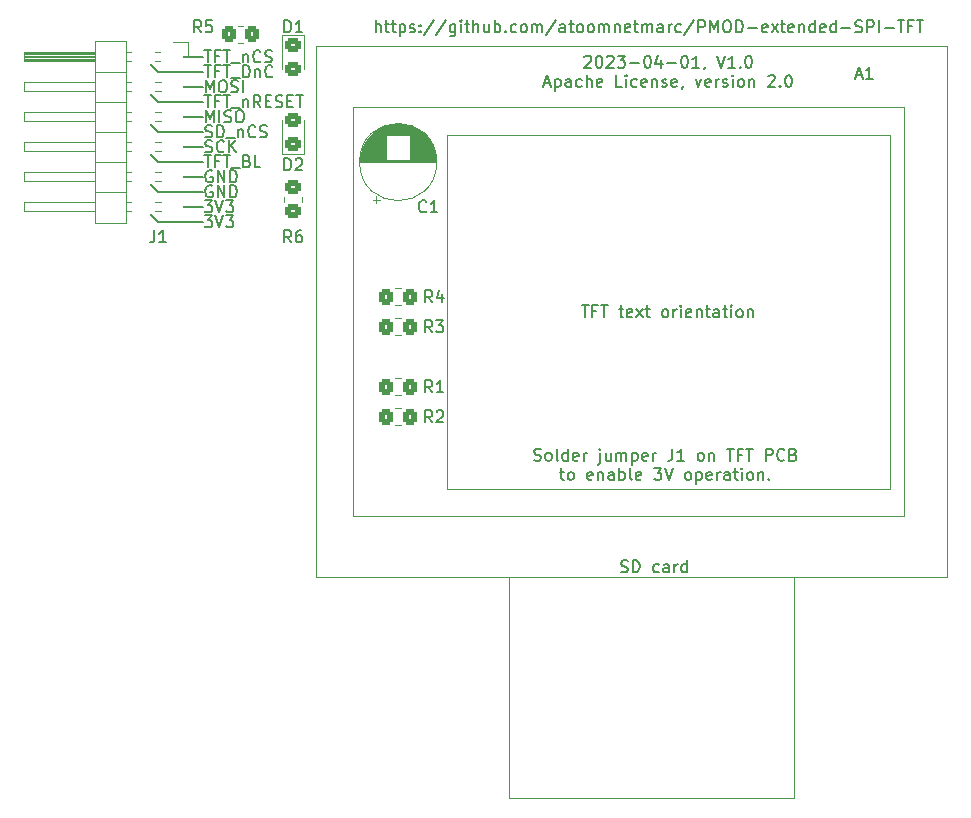
<source format=gto>
G04 #@! TF.GenerationSoftware,KiCad,Pcbnew,7.0.1*
G04 #@! TF.CreationDate,2023-04-02T16:08:21+02:00*
G04 #@! TF.ProjectId,PMOD SPI SD TFT,504d4f44-2053-4504-9920-534420544654,V1.0*
G04 #@! TF.SameCoordinates,Original*
G04 #@! TF.FileFunction,Legend,Top*
G04 #@! TF.FilePolarity,Positive*
%FSLAX46Y46*%
G04 Gerber Fmt 4.6, Leading zero omitted, Abs format (unit mm)*
G04 Created by KiCad (PCBNEW 7.0.1) date 2023-04-02 16:08:21*
%MOMM*%
%LPD*%
G01*
G04 APERTURE LIST*
G04 Aperture macros list*
%AMRoundRect*
0 Rectangle with rounded corners*
0 $1 Rounding radius*
0 $2 $3 $4 $5 $6 $7 $8 $9 X,Y pos of 4 corners*
0 Add a 4 corners polygon primitive as box body*
4,1,4,$2,$3,$4,$5,$6,$7,$8,$9,$2,$3,0*
0 Add four circle primitives for the rounded corners*
1,1,$1+$1,$2,$3*
1,1,$1+$1,$4,$5*
1,1,$1+$1,$6,$7*
1,1,$1+$1,$8,$9*
0 Add four rect primitives between the rounded corners*
20,1,$1+$1,$2,$3,$4,$5,0*
20,1,$1+$1,$4,$5,$6,$7,0*
20,1,$1+$1,$6,$7,$8,$9,0*
20,1,$1+$1,$8,$9,$2,$3,0*%
G04 Aperture macros list end*
%ADD10C,0.150000*%
%ADD11C,0.120000*%
%ADD12RoundRect,0.250000X0.350000X0.450000X-0.350000X0.450000X-0.350000X-0.450000X0.350000X-0.450000X0*%
%ADD13R,1.700000X1.700000*%
%ADD14O,1.700000X1.700000*%
%ADD15RoundRect,0.250000X-0.450000X0.325000X-0.450000X-0.325000X0.450000X-0.325000X0.450000X0.325000X0*%
%ADD16C,1.524000*%
%ADD17R,1.524000X1.524000*%
%ADD18C,3.000000*%
%ADD19R,1.600000X1.600000*%
%ADD20C,1.600000*%
%ADD21RoundRect,0.250000X-0.350000X-0.450000X0.350000X-0.450000X0.350000X0.450000X-0.350000X0.450000X0*%
%ADD22RoundRect,0.250000X-0.450000X0.350000X-0.450000X-0.350000X0.450000X-0.350000X0.450000X0.350000X0*%
%ADD23RoundRect,0.250000X0.450000X-0.325000X0.450000X0.325000X-0.450000X0.325000X-0.450000X-0.325000X0*%
G04 APERTURE END LIST*
D10*
X-39370000Y8890000D02*
X-41910000Y8890000D01*
X-44450000Y19050000D02*
X-43180000Y17780000D01*
X-44450000Y11430000D02*
X-43180000Y10160000D01*
X-43180000Y15240000D02*
X-39370000Y15240000D01*
X-39370000Y16510000D02*
X-41910000Y16510000D01*
X-39370000Y21590000D02*
X-41910000Y21590000D01*
X-44450000Y21590000D02*
X-43180000Y20320000D01*
X-43180000Y17780000D02*
X-39370000Y17780000D01*
X-44450000Y8890000D02*
X-43180000Y7620000D01*
X-43180000Y10160000D02*
X-39370000Y10160000D01*
X-43180000Y12700000D02*
X-39370000Y12700000D01*
X-39370000Y13970000D02*
X-41910000Y13970000D01*
X-39370000Y19050000D02*
X-41910000Y19050000D01*
X-43180000Y7620000D02*
X-39370000Y7620000D01*
X-43180000Y20320000D02*
X-39370000Y20320000D01*
X-44450000Y13970000D02*
X-43180000Y12700000D01*
X-44450000Y16510000D02*
X-43180000Y15240000D01*
X-39370000Y11430000D02*
X-41910000Y11430000D01*
X-39274761Y20857380D02*
X-38703333Y20857380D01*
X-38989047Y19857380D02*
X-38989047Y20857380D01*
X-38036666Y20381190D02*
X-38369999Y20381190D01*
X-38369999Y19857380D02*
X-38369999Y20857380D01*
X-38369999Y20857380D02*
X-37893809Y20857380D01*
X-37655713Y20857380D02*
X-37084285Y20857380D01*
X-37369999Y19857380D02*
X-37369999Y20857380D01*
X-36989047Y19762142D02*
X-36227142Y19762142D01*
X-35989046Y19857380D02*
X-35989046Y20857380D01*
X-35989046Y20857380D02*
X-35750951Y20857380D01*
X-35750951Y20857380D02*
X-35608094Y20809761D01*
X-35608094Y20809761D02*
X-35512856Y20714523D01*
X-35512856Y20714523D02*
X-35465237Y20619285D01*
X-35465237Y20619285D02*
X-35417618Y20428809D01*
X-35417618Y20428809D02*
X-35417618Y20285952D01*
X-35417618Y20285952D02*
X-35465237Y20095476D01*
X-35465237Y20095476D02*
X-35512856Y20000238D01*
X-35512856Y20000238D02*
X-35608094Y19905000D01*
X-35608094Y19905000D02*
X-35750951Y19857380D01*
X-35750951Y19857380D02*
X-35989046Y19857380D01*
X-34989046Y20524047D02*
X-34989046Y19857380D01*
X-34989046Y20428809D02*
X-34941427Y20476428D01*
X-34941427Y20476428D02*
X-34846189Y20524047D01*
X-34846189Y20524047D02*
X-34703332Y20524047D01*
X-34703332Y20524047D02*
X-34608094Y20476428D01*
X-34608094Y20476428D02*
X-34560475Y20381190D01*
X-34560475Y20381190D02*
X-34560475Y19857380D01*
X-33512856Y19952619D02*
X-33560475Y19905000D01*
X-33560475Y19905000D02*
X-33703332Y19857380D01*
X-33703332Y19857380D02*
X-33798570Y19857380D01*
X-33798570Y19857380D02*
X-33941427Y19905000D01*
X-33941427Y19905000D02*
X-34036665Y20000238D01*
X-34036665Y20000238D02*
X-34084284Y20095476D01*
X-34084284Y20095476D02*
X-34131903Y20285952D01*
X-34131903Y20285952D02*
X-34131903Y20428809D01*
X-34131903Y20428809D02*
X-34084284Y20619285D01*
X-34084284Y20619285D02*
X-34036665Y20714523D01*
X-34036665Y20714523D02*
X-33941427Y20809761D01*
X-33941427Y20809761D02*
X-33798570Y20857380D01*
X-33798570Y20857380D02*
X-33703332Y20857380D01*
X-33703332Y20857380D02*
X-33560475Y20809761D01*
X-33560475Y20809761D02*
X-33512856Y20762142D01*
X-39227142Y8157380D02*
X-38608095Y8157380D01*
X-38608095Y8157380D02*
X-38941428Y7776428D01*
X-38941428Y7776428D02*
X-38798571Y7776428D01*
X-38798571Y7776428D02*
X-38703333Y7728809D01*
X-38703333Y7728809D02*
X-38655714Y7681190D01*
X-38655714Y7681190D02*
X-38608095Y7585952D01*
X-38608095Y7585952D02*
X-38608095Y7347857D01*
X-38608095Y7347857D02*
X-38655714Y7252619D01*
X-38655714Y7252619D02*
X-38703333Y7205000D01*
X-38703333Y7205000D02*
X-38798571Y7157380D01*
X-38798571Y7157380D02*
X-39084285Y7157380D01*
X-39084285Y7157380D02*
X-39179523Y7205000D01*
X-39179523Y7205000D02*
X-39227142Y7252619D01*
X-38322380Y8157380D02*
X-37989047Y7157380D01*
X-37989047Y7157380D02*
X-37655714Y8157380D01*
X-37417618Y8157380D02*
X-36798571Y8157380D01*
X-36798571Y8157380D02*
X-37131904Y7776428D01*
X-37131904Y7776428D02*
X-36989047Y7776428D01*
X-36989047Y7776428D02*
X-36893809Y7728809D01*
X-36893809Y7728809D02*
X-36846190Y7681190D01*
X-36846190Y7681190D02*
X-36798571Y7585952D01*
X-36798571Y7585952D02*
X-36798571Y7347857D01*
X-36798571Y7347857D02*
X-36846190Y7252619D01*
X-36846190Y7252619D02*
X-36893809Y7205000D01*
X-36893809Y7205000D02*
X-36989047Y7157380D01*
X-36989047Y7157380D02*
X-37274761Y7157380D01*
X-37274761Y7157380D02*
X-37369999Y7205000D01*
X-37369999Y7205000D02*
X-37417618Y7252619D01*
X-11349239Y-12559000D02*
X-11206382Y-12606619D01*
X-11206382Y-12606619D02*
X-10968287Y-12606619D01*
X-10968287Y-12606619D02*
X-10873049Y-12559000D01*
X-10873049Y-12559000D02*
X-10825430Y-12511380D01*
X-10825430Y-12511380D02*
X-10777811Y-12416142D01*
X-10777811Y-12416142D02*
X-10777811Y-12320904D01*
X-10777811Y-12320904D02*
X-10825430Y-12225666D01*
X-10825430Y-12225666D02*
X-10873049Y-12178047D01*
X-10873049Y-12178047D02*
X-10968287Y-12130428D01*
X-10968287Y-12130428D02*
X-11158763Y-12082809D01*
X-11158763Y-12082809D02*
X-11254001Y-12035190D01*
X-11254001Y-12035190D02*
X-11301620Y-11987571D01*
X-11301620Y-11987571D02*
X-11349239Y-11892333D01*
X-11349239Y-11892333D02*
X-11349239Y-11797095D01*
X-11349239Y-11797095D02*
X-11301620Y-11701857D01*
X-11301620Y-11701857D02*
X-11254001Y-11654238D01*
X-11254001Y-11654238D02*
X-11158763Y-11606619D01*
X-11158763Y-11606619D02*
X-10920668Y-11606619D01*
X-10920668Y-11606619D02*
X-10777811Y-11654238D01*
X-10206382Y-12606619D02*
X-10301620Y-12559000D01*
X-10301620Y-12559000D02*
X-10349239Y-12511380D01*
X-10349239Y-12511380D02*
X-10396858Y-12416142D01*
X-10396858Y-12416142D02*
X-10396858Y-12130428D01*
X-10396858Y-12130428D02*
X-10349239Y-12035190D01*
X-10349239Y-12035190D02*
X-10301620Y-11987571D01*
X-10301620Y-11987571D02*
X-10206382Y-11939952D01*
X-10206382Y-11939952D02*
X-10063525Y-11939952D01*
X-10063525Y-11939952D02*
X-9968287Y-11987571D01*
X-9968287Y-11987571D02*
X-9920668Y-12035190D01*
X-9920668Y-12035190D02*
X-9873049Y-12130428D01*
X-9873049Y-12130428D02*
X-9873049Y-12416142D01*
X-9873049Y-12416142D02*
X-9920668Y-12511380D01*
X-9920668Y-12511380D02*
X-9968287Y-12559000D01*
X-9968287Y-12559000D02*
X-10063525Y-12606619D01*
X-10063525Y-12606619D02*
X-10206382Y-12606619D01*
X-9301620Y-12606619D02*
X-9396858Y-12559000D01*
X-9396858Y-12559000D02*
X-9444477Y-12463761D01*
X-9444477Y-12463761D02*
X-9444477Y-11606619D01*
X-8492096Y-12606619D02*
X-8492096Y-11606619D01*
X-8492096Y-12559000D02*
X-8587334Y-12606619D01*
X-8587334Y-12606619D02*
X-8777810Y-12606619D01*
X-8777810Y-12606619D02*
X-8873048Y-12559000D01*
X-8873048Y-12559000D02*
X-8920667Y-12511380D01*
X-8920667Y-12511380D02*
X-8968286Y-12416142D01*
X-8968286Y-12416142D02*
X-8968286Y-12130428D01*
X-8968286Y-12130428D02*
X-8920667Y-12035190D01*
X-8920667Y-12035190D02*
X-8873048Y-11987571D01*
X-8873048Y-11987571D02*
X-8777810Y-11939952D01*
X-8777810Y-11939952D02*
X-8587334Y-11939952D01*
X-8587334Y-11939952D02*
X-8492096Y-11987571D01*
X-7634953Y-12559000D02*
X-7730191Y-12606619D01*
X-7730191Y-12606619D02*
X-7920667Y-12606619D01*
X-7920667Y-12606619D02*
X-8015905Y-12559000D01*
X-8015905Y-12559000D02*
X-8063524Y-12463761D01*
X-8063524Y-12463761D02*
X-8063524Y-12082809D01*
X-8063524Y-12082809D02*
X-8015905Y-11987571D01*
X-8015905Y-11987571D02*
X-7920667Y-11939952D01*
X-7920667Y-11939952D02*
X-7730191Y-11939952D01*
X-7730191Y-11939952D02*
X-7634953Y-11987571D01*
X-7634953Y-11987571D02*
X-7587334Y-12082809D01*
X-7587334Y-12082809D02*
X-7587334Y-12178047D01*
X-7587334Y-12178047D02*
X-8063524Y-12273285D01*
X-7158762Y-12606619D02*
X-7158762Y-11939952D01*
X-7158762Y-12130428D02*
X-7111143Y-12035190D01*
X-7111143Y-12035190D02*
X-7063524Y-11987571D01*
X-7063524Y-11987571D02*
X-6968286Y-11939952D01*
X-6968286Y-11939952D02*
X-6873048Y-11939952D01*
X-5777809Y-11939952D02*
X-5777809Y-12797095D01*
X-5777809Y-12797095D02*
X-5825428Y-12892333D01*
X-5825428Y-12892333D02*
X-5920666Y-12939952D01*
X-5920666Y-12939952D02*
X-5968285Y-12939952D01*
X-5777809Y-11606619D02*
X-5825428Y-11654238D01*
X-5825428Y-11654238D02*
X-5777809Y-11701857D01*
X-5777809Y-11701857D02*
X-5730190Y-11654238D01*
X-5730190Y-11654238D02*
X-5777809Y-11606619D01*
X-5777809Y-11606619D02*
X-5777809Y-11701857D01*
X-4873048Y-11939952D02*
X-4873048Y-12606619D01*
X-5301619Y-11939952D02*
X-5301619Y-12463761D01*
X-5301619Y-12463761D02*
X-5254000Y-12559000D01*
X-5254000Y-12559000D02*
X-5158762Y-12606619D01*
X-5158762Y-12606619D02*
X-5015905Y-12606619D01*
X-5015905Y-12606619D02*
X-4920667Y-12559000D01*
X-4920667Y-12559000D02*
X-4873048Y-12511380D01*
X-4396857Y-12606619D02*
X-4396857Y-11939952D01*
X-4396857Y-12035190D02*
X-4349238Y-11987571D01*
X-4349238Y-11987571D02*
X-4254000Y-11939952D01*
X-4254000Y-11939952D02*
X-4111143Y-11939952D01*
X-4111143Y-11939952D02*
X-4015905Y-11987571D01*
X-4015905Y-11987571D02*
X-3968286Y-12082809D01*
X-3968286Y-12082809D02*
X-3968286Y-12606619D01*
X-3968286Y-12082809D02*
X-3920667Y-11987571D01*
X-3920667Y-11987571D02*
X-3825429Y-11939952D01*
X-3825429Y-11939952D02*
X-3682572Y-11939952D01*
X-3682572Y-11939952D02*
X-3587333Y-11987571D01*
X-3587333Y-11987571D02*
X-3539714Y-12082809D01*
X-3539714Y-12082809D02*
X-3539714Y-12606619D01*
X-3063524Y-11939952D02*
X-3063524Y-12939952D01*
X-3063524Y-11987571D02*
X-2968286Y-11939952D01*
X-2968286Y-11939952D02*
X-2777810Y-11939952D01*
X-2777810Y-11939952D02*
X-2682572Y-11987571D01*
X-2682572Y-11987571D02*
X-2634953Y-12035190D01*
X-2634953Y-12035190D02*
X-2587334Y-12130428D01*
X-2587334Y-12130428D02*
X-2587334Y-12416142D01*
X-2587334Y-12416142D02*
X-2634953Y-12511380D01*
X-2634953Y-12511380D02*
X-2682572Y-12559000D01*
X-2682572Y-12559000D02*
X-2777810Y-12606619D01*
X-2777810Y-12606619D02*
X-2968286Y-12606619D01*
X-2968286Y-12606619D02*
X-3063524Y-12559000D01*
X-1777810Y-12559000D02*
X-1873048Y-12606619D01*
X-1873048Y-12606619D02*
X-2063524Y-12606619D01*
X-2063524Y-12606619D02*
X-2158762Y-12559000D01*
X-2158762Y-12559000D02*
X-2206381Y-12463761D01*
X-2206381Y-12463761D02*
X-2206381Y-12082809D01*
X-2206381Y-12082809D02*
X-2158762Y-11987571D01*
X-2158762Y-11987571D02*
X-2063524Y-11939952D01*
X-2063524Y-11939952D02*
X-1873048Y-11939952D01*
X-1873048Y-11939952D02*
X-1777810Y-11987571D01*
X-1777810Y-11987571D02*
X-1730191Y-12082809D01*
X-1730191Y-12082809D02*
X-1730191Y-12178047D01*
X-1730191Y-12178047D02*
X-2206381Y-12273285D01*
X-1301619Y-12606619D02*
X-1301619Y-11939952D01*
X-1301619Y-12130428D02*
X-1254000Y-12035190D01*
X-1254000Y-12035190D02*
X-1206381Y-11987571D01*
X-1206381Y-11987571D02*
X-1111143Y-11939952D01*
X-1111143Y-11939952D02*
X-1015905Y-11939952D01*
X365047Y-11606619D02*
X365047Y-12320904D01*
X365047Y-12320904D02*
X317428Y-12463761D01*
X317428Y-12463761D02*
X222190Y-12559000D01*
X222190Y-12559000D02*
X79333Y-12606619D01*
X79333Y-12606619D02*
X-15904Y-12606619D01*
X1365047Y-12606619D02*
X793619Y-12606619D01*
X1079333Y-12606619D02*
X1079333Y-11606619D01*
X1079333Y-11606619D02*
X984095Y-11749476D01*
X984095Y-11749476D02*
X888857Y-11844714D01*
X888857Y-11844714D02*
X793619Y-11892333D01*
X2698381Y-12606619D02*
X2603143Y-12559000D01*
X2603143Y-12559000D02*
X2555524Y-12511380D01*
X2555524Y-12511380D02*
X2507905Y-12416142D01*
X2507905Y-12416142D02*
X2507905Y-12130428D01*
X2507905Y-12130428D02*
X2555524Y-12035190D01*
X2555524Y-12035190D02*
X2603143Y-11987571D01*
X2603143Y-11987571D02*
X2698381Y-11939952D01*
X2698381Y-11939952D02*
X2841238Y-11939952D01*
X2841238Y-11939952D02*
X2936476Y-11987571D01*
X2936476Y-11987571D02*
X2984095Y-12035190D01*
X2984095Y-12035190D02*
X3031714Y-12130428D01*
X3031714Y-12130428D02*
X3031714Y-12416142D01*
X3031714Y-12416142D02*
X2984095Y-12511380D01*
X2984095Y-12511380D02*
X2936476Y-12559000D01*
X2936476Y-12559000D02*
X2841238Y-12606619D01*
X2841238Y-12606619D02*
X2698381Y-12606619D01*
X3460286Y-11939952D02*
X3460286Y-12606619D01*
X3460286Y-12035190D02*
X3507905Y-11987571D01*
X3507905Y-11987571D02*
X3603143Y-11939952D01*
X3603143Y-11939952D02*
X3746000Y-11939952D01*
X3746000Y-11939952D02*
X3841238Y-11987571D01*
X3841238Y-11987571D02*
X3888857Y-12082809D01*
X3888857Y-12082809D02*
X3888857Y-12606619D01*
X4984096Y-11606619D02*
X5555524Y-11606619D01*
X5269810Y-12606619D02*
X5269810Y-11606619D01*
X6222191Y-12082809D02*
X5888858Y-12082809D01*
X5888858Y-12606619D02*
X5888858Y-11606619D01*
X5888858Y-11606619D02*
X6365048Y-11606619D01*
X6603144Y-11606619D02*
X7174572Y-11606619D01*
X6888858Y-12606619D02*
X6888858Y-11606619D01*
X8269811Y-12606619D02*
X8269811Y-11606619D01*
X8269811Y-11606619D02*
X8650763Y-11606619D01*
X8650763Y-11606619D02*
X8746001Y-11654238D01*
X8746001Y-11654238D02*
X8793620Y-11701857D01*
X8793620Y-11701857D02*
X8841239Y-11797095D01*
X8841239Y-11797095D02*
X8841239Y-11939952D01*
X8841239Y-11939952D02*
X8793620Y-12035190D01*
X8793620Y-12035190D02*
X8746001Y-12082809D01*
X8746001Y-12082809D02*
X8650763Y-12130428D01*
X8650763Y-12130428D02*
X8269811Y-12130428D01*
X9841239Y-12511380D02*
X9793620Y-12559000D01*
X9793620Y-12559000D02*
X9650763Y-12606619D01*
X9650763Y-12606619D02*
X9555525Y-12606619D01*
X9555525Y-12606619D02*
X9412668Y-12559000D01*
X9412668Y-12559000D02*
X9317430Y-12463761D01*
X9317430Y-12463761D02*
X9269811Y-12368523D01*
X9269811Y-12368523D02*
X9222192Y-12178047D01*
X9222192Y-12178047D02*
X9222192Y-12035190D01*
X9222192Y-12035190D02*
X9269811Y-11844714D01*
X9269811Y-11844714D02*
X9317430Y-11749476D01*
X9317430Y-11749476D02*
X9412668Y-11654238D01*
X9412668Y-11654238D02*
X9555525Y-11606619D01*
X9555525Y-11606619D02*
X9650763Y-11606619D01*
X9650763Y-11606619D02*
X9793620Y-11654238D01*
X9793620Y-11654238D02*
X9841239Y-11701857D01*
X10603144Y-12082809D02*
X10746001Y-12130428D01*
X10746001Y-12130428D02*
X10793620Y-12178047D01*
X10793620Y-12178047D02*
X10841239Y-12273285D01*
X10841239Y-12273285D02*
X10841239Y-12416142D01*
X10841239Y-12416142D02*
X10793620Y-12511380D01*
X10793620Y-12511380D02*
X10746001Y-12559000D01*
X10746001Y-12559000D02*
X10650763Y-12606619D01*
X10650763Y-12606619D02*
X10269811Y-12606619D01*
X10269811Y-12606619D02*
X10269811Y-11606619D01*
X10269811Y-11606619D02*
X10603144Y-11606619D01*
X10603144Y-11606619D02*
X10698382Y-11654238D01*
X10698382Y-11654238D02*
X10746001Y-11701857D01*
X10746001Y-11701857D02*
X10793620Y-11797095D01*
X10793620Y-11797095D02*
X10793620Y-11892333D01*
X10793620Y-11892333D02*
X10746001Y-11987571D01*
X10746001Y-11987571D02*
X10698382Y-12035190D01*
X10698382Y-12035190D02*
X10603144Y-12082809D01*
X10603144Y-12082809D02*
X10269811Y-12082809D01*
X-9182572Y-13559952D02*
X-8801620Y-13559952D01*
X-9039715Y-13226619D02*
X-9039715Y-14083761D01*
X-9039715Y-14083761D02*
X-8992096Y-14179000D01*
X-8992096Y-14179000D02*
X-8896858Y-14226619D01*
X-8896858Y-14226619D02*
X-8801620Y-14226619D01*
X-8325429Y-14226619D02*
X-8420667Y-14179000D01*
X-8420667Y-14179000D02*
X-8468286Y-14131380D01*
X-8468286Y-14131380D02*
X-8515905Y-14036142D01*
X-8515905Y-14036142D02*
X-8515905Y-13750428D01*
X-8515905Y-13750428D02*
X-8468286Y-13655190D01*
X-8468286Y-13655190D02*
X-8420667Y-13607571D01*
X-8420667Y-13607571D02*
X-8325429Y-13559952D01*
X-8325429Y-13559952D02*
X-8182572Y-13559952D01*
X-8182572Y-13559952D02*
X-8087334Y-13607571D01*
X-8087334Y-13607571D02*
X-8039715Y-13655190D01*
X-8039715Y-13655190D02*
X-7992096Y-13750428D01*
X-7992096Y-13750428D02*
X-7992096Y-14036142D01*
X-7992096Y-14036142D02*
X-8039715Y-14131380D01*
X-8039715Y-14131380D02*
X-8087334Y-14179000D01*
X-8087334Y-14179000D02*
X-8182572Y-14226619D01*
X-8182572Y-14226619D02*
X-8325429Y-14226619D01*
X-6420667Y-14179000D02*
X-6515905Y-14226619D01*
X-6515905Y-14226619D02*
X-6706381Y-14226619D01*
X-6706381Y-14226619D02*
X-6801619Y-14179000D01*
X-6801619Y-14179000D02*
X-6849238Y-14083761D01*
X-6849238Y-14083761D02*
X-6849238Y-13702809D01*
X-6849238Y-13702809D02*
X-6801619Y-13607571D01*
X-6801619Y-13607571D02*
X-6706381Y-13559952D01*
X-6706381Y-13559952D02*
X-6515905Y-13559952D01*
X-6515905Y-13559952D02*
X-6420667Y-13607571D01*
X-6420667Y-13607571D02*
X-6373048Y-13702809D01*
X-6373048Y-13702809D02*
X-6373048Y-13798047D01*
X-6373048Y-13798047D02*
X-6849238Y-13893285D01*
X-5944476Y-13559952D02*
X-5944476Y-14226619D01*
X-5944476Y-13655190D02*
X-5896857Y-13607571D01*
X-5896857Y-13607571D02*
X-5801619Y-13559952D01*
X-5801619Y-13559952D02*
X-5658762Y-13559952D01*
X-5658762Y-13559952D02*
X-5563524Y-13607571D01*
X-5563524Y-13607571D02*
X-5515905Y-13702809D01*
X-5515905Y-13702809D02*
X-5515905Y-14226619D01*
X-4611143Y-14226619D02*
X-4611143Y-13702809D01*
X-4611143Y-13702809D02*
X-4658762Y-13607571D01*
X-4658762Y-13607571D02*
X-4754000Y-13559952D01*
X-4754000Y-13559952D02*
X-4944476Y-13559952D01*
X-4944476Y-13559952D02*
X-5039714Y-13607571D01*
X-4611143Y-14179000D02*
X-4706381Y-14226619D01*
X-4706381Y-14226619D02*
X-4944476Y-14226619D01*
X-4944476Y-14226619D02*
X-5039714Y-14179000D01*
X-5039714Y-14179000D02*
X-5087333Y-14083761D01*
X-5087333Y-14083761D02*
X-5087333Y-13988523D01*
X-5087333Y-13988523D02*
X-5039714Y-13893285D01*
X-5039714Y-13893285D02*
X-4944476Y-13845666D01*
X-4944476Y-13845666D02*
X-4706381Y-13845666D01*
X-4706381Y-13845666D02*
X-4611143Y-13798047D01*
X-4134952Y-14226619D02*
X-4134952Y-13226619D01*
X-4134952Y-13607571D02*
X-4039714Y-13559952D01*
X-4039714Y-13559952D02*
X-3849238Y-13559952D01*
X-3849238Y-13559952D02*
X-3754000Y-13607571D01*
X-3754000Y-13607571D02*
X-3706381Y-13655190D01*
X-3706381Y-13655190D02*
X-3658762Y-13750428D01*
X-3658762Y-13750428D02*
X-3658762Y-14036142D01*
X-3658762Y-14036142D02*
X-3706381Y-14131380D01*
X-3706381Y-14131380D02*
X-3754000Y-14179000D01*
X-3754000Y-14179000D02*
X-3849238Y-14226619D01*
X-3849238Y-14226619D02*
X-4039714Y-14226619D01*
X-4039714Y-14226619D02*
X-4134952Y-14179000D01*
X-3087333Y-14226619D02*
X-3182571Y-14179000D01*
X-3182571Y-14179000D02*
X-3230190Y-14083761D01*
X-3230190Y-14083761D02*
X-3230190Y-13226619D01*
X-2325428Y-14179000D02*
X-2420666Y-14226619D01*
X-2420666Y-14226619D02*
X-2611142Y-14226619D01*
X-2611142Y-14226619D02*
X-2706380Y-14179000D01*
X-2706380Y-14179000D02*
X-2753999Y-14083761D01*
X-2753999Y-14083761D02*
X-2753999Y-13702809D01*
X-2753999Y-13702809D02*
X-2706380Y-13607571D01*
X-2706380Y-13607571D02*
X-2611142Y-13559952D01*
X-2611142Y-13559952D02*
X-2420666Y-13559952D01*
X-2420666Y-13559952D02*
X-2325428Y-13607571D01*
X-2325428Y-13607571D02*
X-2277809Y-13702809D01*
X-2277809Y-13702809D02*
X-2277809Y-13798047D01*
X-2277809Y-13798047D02*
X-2753999Y-13893285D01*
X-1182570Y-13226619D02*
X-563523Y-13226619D01*
X-563523Y-13226619D02*
X-896856Y-13607571D01*
X-896856Y-13607571D02*
X-753999Y-13607571D01*
X-753999Y-13607571D02*
X-658761Y-13655190D01*
X-658761Y-13655190D02*
X-611142Y-13702809D01*
X-611142Y-13702809D02*
X-563523Y-13798047D01*
X-563523Y-13798047D02*
X-563523Y-14036142D01*
X-563523Y-14036142D02*
X-611142Y-14131380D01*
X-611142Y-14131380D02*
X-658761Y-14179000D01*
X-658761Y-14179000D02*
X-753999Y-14226619D01*
X-753999Y-14226619D02*
X-1039713Y-14226619D01*
X-1039713Y-14226619D02*
X-1134951Y-14179000D01*
X-1134951Y-14179000D02*
X-1182570Y-14131380D01*
X-277808Y-13226619D02*
X55524Y-14226619D01*
X55524Y-14226619D02*
X388857Y-13226619D01*
X1626953Y-14226619D02*
X1531715Y-14179000D01*
X1531715Y-14179000D02*
X1484096Y-14131380D01*
X1484096Y-14131380D02*
X1436477Y-14036142D01*
X1436477Y-14036142D02*
X1436477Y-13750428D01*
X1436477Y-13750428D02*
X1484096Y-13655190D01*
X1484096Y-13655190D02*
X1531715Y-13607571D01*
X1531715Y-13607571D02*
X1626953Y-13559952D01*
X1626953Y-13559952D02*
X1769810Y-13559952D01*
X1769810Y-13559952D02*
X1865048Y-13607571D01*
X1865048Y-13607571D02*
X1912667Y-13655190D01*
X1912667Y-13655190D02*
X1960286Y-13750428D01*
X1960286Y-13750428D02*
X1960286Y-14036142D01*
X1960286Y-14036142D02*
X1912667Y-14131380D01*
X1912667Y-14131380D02*
X1865048Y-14179000D01*
X1865048Y-14179000D02*
X1769810Y-14226619D01*
X1769810Y-14226619D02*
X1626953Y-14226619D01*
X2388858Y-13559952D02*
X2388858Y-14559952D01*
X2388858Y-13607571D02*
X2484096Y-13559952D01*
X2484096Y-13559952D02*
X2674572Y-13559952D01*
X2674572Y-13559952D02*
X2769810Y-13607571D01*
X2769810Y-13607571D02*
X2817429Y-13655190D01*
X2817429Y-13655190D02*
X2865048Y-13750428D01*
X2865048Y-13750428D02*
X2865048Y-14036142D01*
X2865048Y-14036142D02*
X2817429Y-14131380D01*
X2817429Y-14131380D02*
X2769810Y-14179000D01*
X2769810Y-14179000D02*
X2674572Y-14226619D01*
X2674572Y-14226619D02*
X2484096Y-14226619D01*
X2484096Y-14226619D02*
X2388858Y-14179000D01*
X3674572Y-14179000D02*
X3579334Y-14226619D01*
X3579334Y-14226619D02*
X3388858Y-14226619D01*
X3388858Y-14226619D02*
X3293620Y-14179000D01*
X3293620Y-14179000D02*
X3246001Y-14083761D01*
X3246001Y-14083761D02*
X3246001Y-13702809D01*
X3246001Y-13702809D02*
X3293620Y-13607571D01*
X3293620Y-13607571D02*
X3388858Y-13559952D01*
X3388858Y-13559952D02*
X3579334Y-13559952D01*
X3579334Y-13559952D02*
X3674572Y-13607571D01*
X3674572Y-13607571D02*
X3722191Y-13702809D01*
X3722191Y-13702809D02*
X3722191Y-13798047D01*
X3722191Y-13798047D02*
X3246001Y-13893285D01*
X4150763Y-14226619D02*
X4150763Y-13559952D01*
X4150763Y-13750428D02*
X4198382Y-13655190D01*
X4198382Y-13655190D02*
X4246001Y-13607571D01*
X4246001Y-13607571D02*
X4341239Y-13559952D01*
X4341239Y-13559952D02*
X4436477Y-13559952D01*
X5198382Y-14226619D02*
X5198382Y-13702809D01*
X5198382Y-13702809D02*
X5150763Y-13607571D01*
X5150763Y-13607571D02*
X5055525Y-13559952D01*
X5055525Y-13559952D02*
X4865049Y-13559952D01*
X4865049Y-13559952D02*
X4769811Y-13607571D01*
X5198382Y-14179000D02*
X5103144Y-14226619D01*
X5103144Y-14226619D02*
X4865049Y-14226619D01*
X4865049Y-14226619D02*
X4769811Y-14179000D01*
X4769811Y-14179000D02*
X4722192Y-14083761D01*
X4722192Y-14083761D02*
X4722192Y-13988523D01*
X4722192Y-13988523D02*
X4769811Y-13893285D01*
X4769811Y-13893285D02*
X4865049Y-13845666D01*
X4865049Y-13845666D02*
X5103144Y-13845666D01*
X5103144Y-13845666D02*
X5198382Y-13798047D01*
X5531716Y-13559952D02*
X5912668Y-13559952D01*
X5674573Y-13226619D02*
X5674573Y-14083761D01*
X5674573Y-14083761D02*
X5722192Y-14179000D01*
X5722192Y-14179000D02*
X5817430Y-14226619D01*
X5817430Y-14226619D02*
X5912668Y-14226619D01*
X6246002Y-14226619D02*
X6246002Y-13559952D01*
X6246002Y-13226619D02*
X6198383Y-13274238D01*
X6198383Y-13274238D02*
X6246002Y-13321857D01*
X6246002Y-13321857D02*
X6293621Y-13274238D01*
X6293621Y-13274238D02*
X6246002Y-13226619D01*
X6246002Y-13226619D02*
X6246002Y-13321857D01*
X6865049Y-14226619D02*
X6769811Y-14179000D01*
X6769811Y-14179000D02*
X6722192Y-14131380D01*
X6722192Y-14131380D02*
X6674573Y-14036142D01*
X6674573Y-14036142D02*
X6674573Y-13750428D01*
X6674573Y-13750428D02*
X6722192Y-13655190D01*
X6722192Y-13655190D02*
X6769811Y-13607571D01*
X6769811Y-13607571D02*
X6865049Y-13559952D01*
X6865049Y-13559952D02*
X7007906Y-13559952D01*
X7007906Y-13559952D02*
X7103144Y-13607571D01*
X7103144Y-13607571D02*
X7150763Y-13655190D01*
X7150763Y-13655190D02*
X7198382Y-13750428D01*
X7198382Y-13750428D02*
X7198382Y-14036142D01*
X7198382Y-14036142D02*
X7150763Y-14131380D01*
X7150763Y-14131380D02*
X7103144Y-14179000D01*
X7103144Y-14179000D02*
X7007906Y-14226619D01*
X7007906Y-14226619D02*
X6865049Y-14226619D01*
X7626954Y-13559952D02*
X7626954Y-14226619D01*
X7626954Y-13655190D02*
X7674573Y-13607571D01*
X7674573Y-13607571D02*
X7769811Y-13559952D01*
X7769811Y-13559952D02*
X7912668Y-13559952D01*
X7912668Y-13559952D02*
X8007906Y-13607571D01*
X8007906Y-13607571D02*
X8055525Y-13702809D01*
X8055525Y-13702809D02*
X8055525Y-14226619D01*
X8531716Y-14131380D02*
X8579335Y-14179000D01*
X8579335Y-14179000D02*
X8531716Y-14226619D01*
X8531716Y-14226619D02*
X8484097Y-14179000D01*
X8484097Y-14179000D02*
X8531716Y-14131380D01*
X8531716Y-14131380D02*
X8531716Y-14226619D01*
X-39131904Y16047380D02*
X-39131904Y17047380D01*
X-39131904Y17047380D02*
X-38798571Y16333095D01*
X-38798571Y16333095D02*
X-38465238Y17047380D01*
X-38465238Y17047380D02*
X-38465238Y16047380D01*
X-37989047Y16047380D02*
X-37989047Y17047380D01*
X-37560476Y16095000D02*
X-37417619Y16047380D01*
X-37417619Y16047380D02*
X-37179524Y16047380D01*
X-37179524Y16047380D02*
X-37084286Y16095000D01*
X-37084286Y16095000D02*
X-37036667Y16142619D01*
X-37036667Y16142619D02*
X-36989048Y16237857D01*
X-36989048Y16237857D02*
X-36989048Y16333095D01*
X-36989048Y16333095D02*
X-37036667Y16428333D01*
X-37036667Y16428333D02*
X-37084286Y16475952D01*
X-37084286Y16475952D02*
X-37179524Y16523571D01*
X-37179524Y16523571D02*
X-37370000Y16571190D01*
X-37370000Y16571190D02*
X-37465238Y16618809D01*
X-37465238Y16618809D02*
X-37512857Y16666428D01*
X-37512857Y16666428D02*
X-37560476Y16761666D01*
X-37560476Y16761666D02*
X-37560476Y16856904D01*
X-37560476Y16856904D02*
X-37512857Y16952142D01*
X-37512857Y16952142D02*
X-37465238Y16999761D01*
X-37465238Y16999761D02*
X-37370000Y17047380D01*
X-37370000Y17047380D02*
X-37131905Y17047380D01*
X-37131905Y17047380D02*
X-36989048Y16999761D01*
X-36370000Y17047380D02*
X-36179524Y17047380D01*
X-36179524Y17047380D02*
X-36084286Y16999761D01*
X-36084286Y16999761D02*
X-35989048Y16904523D01*
X-35989048Y16904523D02*
X-35941429Y16714047D01*
X-35941429Y16714047D02*
X-35941429Y16380714D01*
X-35941429Y16380714D02*
X-35989048Y16190238D01*
X-35989048Y16190238D02*
X-36084286Y16095000D01*
X-36084286Y16095000D02*
X-36179524Y16047380D01*
X-36179524Y16047380D02*
X-36370000Y16047380D01*
X-36370000Y16047380D02*
X-36465238Y16095000D01*
X-36465238Y16095000D02*
X-36560476Y16190238D01*
X-36560476Y16190238D02*
X-36608095Y16380714D01*
X-36608095Y16380714D02*
X-36608095Y16714047D01*
X-36608095Y16714047D02*
X-36560476Y16904523D01*
X-36560476Y16904523D02*
X-36465238Y16999761D01*
X-36465238Y16999761D02*
X-36370000Y17047380D01*
X-39274761Y18317380D02*
X-38703333Y18317380D01*
X-38989047Y17317380D02*
X-38989047Y18317380D01*
X-38036666Y17841190D02*
X-38369999Y17841190D01*
X-38369999Y17317380D02*
X-38369999Y18317380D01*
X-38369999Y18317380D02*
X-37893809Y18317380D01*
X-37655713Y18317380D02*
X-37084285Y18317380D01*
X-37369999Y17317380D02*
X-37369999Y18317380D01*
X-36989047Y17222142D02*
X-36227142Y17222142D01*
X-35989046Y17984047D02*
X-35989046Y17317380D01*
X-35989046Y17888809D02*
X-35941427Y17936428D01*
X-35941427Y17936428D02*
X-35846189Y17984047D01*
X-35846189Y17984047D02*
X-35703332Y17984047D01*
X-35703332Y17984047D02*
X-35608094Y17936428D01*
X-35608094Y17936428D02*
X-35560475Y17841190D01*
X-35560475Y17841190D02*
X-35560475Y17317380D01*
X-34512856Y17317380D02*
X-34846189Y17793571D01*
X-35084284Y17317380D02*
X-35084284Y18317380D01*
X-35084284Y18317380D02*
X-34703332Y18317380D01*
X-34703332Y18317380D02*
X-34608094Y18269761D01*
X-34608094Y18269761D02*
X-34560475Y18222142D01*
X-34560475Y18222142D02*
X-34512856Y18126904D01*
X-34512856Y18126904D02*
X-34512856Y17984047D01*
X-34512856Y17984047D02*
X-34560475Y17888809D01*
X-34560475Y17888809D02*
X-34608094Y17841190D01*
X-34608094Y17841190D02*
X-34703332Y17793571D01*
X-34703332Y17793571D02*
X-35084284Y17793571D01*
X-34084284Y17841190D02*
X-33750951Y17841190D01*
X-33608094Y17317380D02*
X-34084284Y17317380D01*
X-34084284Y17317380D02*
X-34084284Y18317380D01*
X-34084284Y18317380D02*
X-33608094Y18317380D01*
X-33227141Y17365000D02*
X-33084284Y17317380D01*
X-33084284Y17317380D02*
X-32846189Y17317380D01*
X-32846189Y17317380D02*
X-32750951Y17365000D01*
X-32750951Y17365000D02*
X-32703332Y17412619D01*
X-32703332Y17412619D02*
X-32655713Y17507857D01*
X-32655713Y17507857D02*
X-32655713Y17603095D01*
X-32655713Y17603095D02*
X-32703332Y17698333D01*
X-32703332Y17698333D02*
X-32750951Y17745952D01*
X-32750951Y17745952D02*
X-32846189Y17793571D01*
X-32846189Y17793571D02*
X-33036665Y17841190D01*
X-33036665Y17841190D02*
X-33131903Y17888809D01*
X-33131903Y17888809D02*
X-33179522Y17936428D01*
X-33179522Y17936428D02*
X-33227141Y18031666D01*
X-33227141Y18031666D02*
X-33227141Y18126904D01*
X-33227141Y18126904D02*
X-33179522Y18222142D01*
X-33179522Y18222142D02*
X-33131903Y18269761D01*
X-33131903Y18269761D02*
X-33036665Y18317380D01*
X-33036665Y18317380D02*
X-32798570Y18317380D01*
X-32798570Y18317380D02*
X-32655713Y18269761D01*
X-32227141Y17841190D02*
X-31893808Y17841190D01*
X-31750951Y17317380D02*
X-32227141Y17317380D01*
X-32227141Y17317380D02*
X-32227141Y18317380D01*
X-32227141Y18317380D02*
X-31750951Y18317380D01*
X-31465236Y18317380D02*
X-30893808Y18317380D01*
X-31179522Y17317380D02*
X-31179522Y18317380D01*
X-7095237Y21572142D02*
X-7047618Y21619761D01*
X-7047618Y21619761D02*
X-6952380Y21667380D01*
X-6952380Y21667380D02*
X-6714285Y21667380D01*
X-6714285Y21667380D02*
X-6619047Y21619761D01*
X-6619047Y21619761D02*
X-6571428Y21572142D01*
X-6571428Y21572142D02*
X-6523809Y21476904D01*
X-6523809Y21476904D02*
X-6523809Y21381666D01*
X-6523809Y21381666D02*
X-6571428Y21238809D01*
X-6571428Y21238809D02*
X-7142856Y20667380D01*
X-7142856Y20667380D02*
X-6523809Y20667380D01*
X-5904761Y21667380D02*
X-5809523Y21667380D01*
X-5809523Y21667380D02*
X-5714285Y21619761D01*
X-5714285Y21619761D02*
X-5666666Y21572142D01*
X-5666666Y21572142D02*
X-5619047Y21476904D01*
X-5619047Y21476904D02*
X-5571428Y21286428D01*
X-5571428Y21286428D02*
X-5571428Y21048333D01*
X-5571428Y21048333D02*
X-5619047Y20857857D01*
X-5619047Y20857857D02*
X-5666666Y20762619D01*
X-5666666Y20762619D02*
X-5714285Y20715000D01*
X-5714285Y20715000D02*
X-5809523Y20667380D01*
X-5809523Y20667380D02*
X-5904761Y20667380D01*
X-5904761Y20667380D02*
X-5999999Y20715000D01*
X-5999999Y20715000D02*
X-6047618Y20762619D01*
X-6047618Y20762619D02*
X-6095237Y20857857D01*
X-6095237Y20857857D02*
X-6142856Y21048333D01*
X-6142856Y21048333D02*
X-6142856Y21286428D01*
X-6142856Y21286428D02*
X-6095237Y21476904D01*
X-6095237Y21476904D02*
X-6047618Y21572142D01*
X-6047618Y21572142D02*
X-5999999Y21619761D01*
X-5999999Y21619761D02*
X-5904761Y21667380D01*
X-5190475Y21572142D02*
X-5142856Y21619761D01*
X-5142856Y21619761D02*
X-5047618Y21667380D01*
X-5047618Y21667380D02*
X-4809523Y21667380D01*
X-4809523Y21667380D02*
X-4714285Y21619761D01*
X-4714285Y21619761D02*
X-4666666Y21572142D01*
X-4666666Y21572142D02*
X-4619047Y21476904D01*
X-4619047Y21476904D02*
X-4619047Y21381666D01*
X-4619047Y21381666D02*
X-4666666Y21238809D01*
X-4666666Y21238809D02*
X-5238094Y20667380D01*
X-5238094Y20667380D02*
X-4619047Y20667380D01*
X-4285713Y21667380D02*
X-3666666Y21667380D01*
X-3666666Y21667380D02*
X-3999999Y21286428D01*
X-3999999Y21286428D02*
X-3857142Y21286428D01*
X-3857142Y21286428D02*
X-3761904Y21238809D01*
X-3761904Y21238809D02*
X-3714285Y21191190D01*
X-3714285Y21191190D02*
X-3666666Y21095952D01*
X-3666666Y21095952D02*
X-3666666Y20857857D01*
X-3666666Y20857857D02*
X-3714285Y20762619D01*
X-3714285Y20762619D02*
X-3761904Y20715000D01*
X-3761904Y20715000D02*
X-3857142Y20667380D01*
X-3857142Y20667380D02*
X-4142856Y20667380D01*
X-4142856Y20667380D02*
X-4238094Y20715000D01*
X-4238094Y20715000D02*
X-4285713Y20762619D01*
X-3238094Y21048333D02*
X-2476190Y21048333D01*
X-1809523Y21667380D02*
X-1714285Y21667380D01*
X-1714285Y21667380D02*
X-1619047Y21619761D01*
X-1619047Y21619761D02*
X-1571428Y21572142D01*
X-1571428Y21572142D02*
X-1523809Y21476904D01*
X-1523809Y21476904D02*
X-1476190Y21286428D01*
X-1476190Y21286428D02*
X-1476190Y21048333D01*
X-1476190Y21048333D02*
X-1523809Y20857857D01*
X-1523809Y20857857D02*
X-1571428Y20762619D01*
X-1571428Y20762619D02*
X-1619047Y20715000D01*
X-1619047Y20715000D02*
X-1714285Y20667380D01*
X-1714285Y20667380D02*
X-1809523Y20667380D01*
X-1809523Y20667380D02*
X-1904761Y20715000D01*
X-1904761Y20715000D02*
X-1952380Y20762619D01*
X-1952380Y20762619D02*
X-1999999Y20857857D01*
X-1999999Y20857857D02*
X-2047618Y21048333D01*
X-2047618Y21048333D02*
X-2047618Y21286428D01*
X-2047618Y21286428D02*
X-1999999Y21476904D01*
X-1999999Y21476904D02*
X-1952380Y21572142D01*
X-1952380Y21572142D02*
X-1904761Y21619761D01*
X-1904761Y21619761D02*
X-1809523Y21667380D01*
X-619047Y21334047D02*
X-619047Y20667380D01*
X-857142Y21715000D02*
X-1095237Y21000714D01*
X-1095237Y21000714D02*
X-476190Y21000714D01*
X-95237Y21048333D02*
X666667Y21048333D01*
X1333333Y21667380D02*
X1428571Y21667380D01*
X1428571Y21667380D02*
X1523809Y21619761D01*
X1523809Y21619761D02*
X1571428Y21572142D01*
X1571428Y21572142D02*
X1619047Y21476904D01*
X1619047Y21476904D02*
X1666666Y21286428D01*
X1666666Y21286428D02*
X1666666Y21048333D01*
X1666666Y21048333D02*
X1619047Y20857857D01*
X1619047Y20857857D02*
X1571428Y20762619D01*
X1571428Y20762619D02*
X1523809Y20715000D01*
X1523809Y20715000D02*
X1428571Y20667380D01*
X1428571Y20667380D02*
X1333333Y20667380D01*
X1333333Y20667380D02*
X1238095Y20715000D01*
X1238095Y20715000D02*
X1190476Y20762619D01*
X1190476Y20762619D02*
X1142857Y20857857D01*
X1142857Y20857857D02*
X1095238Y21048333D01*
X1095238Y21048333D02*
X1095238Y21286428D01*
X1095238Y21286428D02*
X1142857Y21476904D01*
X1142857Y21476904D02*
X1190476Y21572142D01*
X1190476Y21572142D02*
X1238095Y21619761D01*
X1238095Y21619761D02*
X1333333Y21667380D01*
X2619047Y20667380D02*
X2047619Y20667380D01*
X2333333Y20667380D02*
X2333333Y21667380D01*
X2333333Y21667380D02*
X2238095Y21524523D01*
X2238095Y21524523D02*
X2142857Y21429285D01*
X2142857Y21429285D02*
X2047619Y21381666D01*
X3095238Y20715000D02*
X3095238Y20667380D01*
X3095238Y20667380D02*
X3047619Y20572142D01*
X3047619Y20572142D02*
X3000000Y20524523D01*
X4142857Y21667380D02*
X4476190Y20667380D01*
X4476190Y20667380D02*
X4809523Y21667380D01*
X5666666Y20667380D02*
X5095238Y20667380D01*
X5380952Y20667380D02*
X5380952Y21667380D01*
X5380952Y21667380D02*
X5285714Y21524523D01*
X5285714Y21524523D02*
X5190476Y21429285D01*
X5190476Y21429285D02*
X5095238Y21381666D01*
X6095238Y20762619D02*
X6142857Y20715000D01*
X6142857Y20715000D02*
X6095238Y20667380D01*
X6095238Y20667380D02*
X6047619Y20715000D01*
X6047619Y20715000D02*
X6095238Y20762619D01*
X6095238Y20762619D02*
X6095238Y20667380D01*
X6761904Y21667380D02*
X6857142Y21667380D01*
X6857142Y21667380D02*
X6952380Y21619761D01*
X6952380Y21619761D02*
X6999999Y21572142D01*
X6999999Y21572142D02*
X7047618Y21476904D01*
X7047618Y21476904D02*
X7095237Y21286428D01*
X7095237Y21286428D02*
X7095237Y21048333D01*
X7095237Y21048333D02*
X7047618Y20857857D01*
X7047618Y20857857D02*
X6999999Y20762619D01*
X6999999Y20762619D02*
X6952380Y20715000D01*
X6952380Y20715000D02*
X6857142Y20667380D01*
X6857142Y20667380D02*
X6761904Y20667380D01*
X6761904Y20667380D02*
X6666666Y20715000D01*
X6666666Y20715000D02*
X6619047Y20762619D01*
X6619047Y20762619D02*
X6571428Y20857857D01*
X6571428Y20857857D02*
X6523809Y21048333D01*
X6523809Y21048333D02*
X6523809Y21286428D01*
X6523809Y21286428D02*
X6571428Y21476904D01*
X6571428Y21476904D02*
X6619047Y21572142D01*
X6619047Y21572142D02*
X6666666Y21619761D01*
X6666666Y21619761D02*
X6761904Y21667380D01*
X-10476190Y19333095D02*
X-10000000Y19333095D01*
X-10571428Y19047380D02*
X-10238095Y20047380D01*
X-10238095Y20047380D02*
X-9904762Y19047380D01*
X-9571428Y19714047D02*
X-9571428Y18714047D01*
X-9571428Y19666428D02*
X-9476190Y19714047D01*
X-9476190Y19714047D02*
X-9285714Y19714047D01*
X-9285714Y19714047D02*
X-9190476Y19666428D01*
X-9190476Y19666428D02*
X-9142857Y19618809D01*
X-9142857Y19618809D02*
X-9095238Y19523571D01*
X-9095238Y19523571D02*
X-9095238Y19237857D01*
X-9095238Y19237857D02*
X-9142857Y19142619D01*
X-9142857Y19142619D02*
X-9190476Y19095000D01*
X-9190476Y19095000D02*
X-9285714Y19047380D01*
X-9285714Y19047380D02*
X-9476190Y19047380D01*
X-9476190Y19047380D02*
X-9571428Y19095000D01*
X-8238095Y19047380D02*
X-8238095Y19571190D01*
X-8238095Y19571190D02*
X-8285714Y19666428D01*
X-8285714Y19666428D02*
X-8380952Y19714047D01*
X-8380952Y19714047D02*
X-8571428Y19714047D01*
X-8571428Y19714047D02*
X-8666666Y19666428D01*
X-8238095Y19095000D02*
X-8333333Y19047380D01*
X-8333333Y19047380D02*
X-8571428Y19047380D01*
X-8571428Y19047380D02*
X-8666666Y19095000D01*
X-8666666Y19095000D02*
X-8714285Y19190238D01*
X-8714285Y19190238D02*
X-8714285Y19285476D01*
X-8714285Y19285476D02*
X-8666666Y19380714D01*
X-8666666Y19380714D02*
X-8571428Y19428333D01*
X-8571428Y19428333D02*
X-8333333Y19428333D01*
X-8333333Y19428333D02*
X-8238095Y19475952D01*
X-7333333Y19095000D02*
X-7428571Y19047380D01*
X-7428571Y19047380D02*
X-7619047Y19047380D01*
X-7619047Y19047380D02*
X-7714285Y19095000D01*
X-7714285Y19095000D02*
X-7761904Y19142619D01*
X-7761904Y19142619D02*
X-7809523Y19237857D01*
X-7809523Y19237857D02*
X-7809523Y19523571D01*
X-7809523Y19523571D02*
X-7761904Y19618809D01*
X-7761904Y19618809D02*
X-7714285Y19666428D01*
X-7714285Y19666428D02*
X-7619047Y19714047D01*
X-7619047Y19714047D02*
X-7428571Y19714047D01*
X-7428571Y19714047D02*
X-7333333Y19666428D01*
X-6904761Y19047380D02*
X-6904761Y20047380D01*
X-6476190Y19047380D02*
X-6476190Y19571190D01*
X-6476190Y19571190D02*
X-6523809Y19666428D01*
X-6523809Y19666428D02*
X-6619047Y19714047D01*
X-6619047Y19714047D02*
X-6761904Y19714047D01*
X-6761904Y19714047D02*
X-6857142Y19666428D01*
X-6857142Y19666428D02*
X-6904761Y19618809D01*
X-5619047Y19095000D02*
X-5714285Y19047380D01*
X-5714285Y19047380D02*
X-5904761Y19047380D01*
X-5904761Y19047380D02*
X-5999999Y19095000D01*
X-5999999Y19095000D02*
X-6047618Y19190238D01*
X-6047618Y19190238D02*
X-6047618Y19571190D01*
X-6047618Y19571190D02*
X-5999999Y19666428D01*
X-5999999Y19666428D02*
X-5904761Y19714047D01*
X-5904761Y19714047D02*
X-5714285Y19714047D01*
X-5714285Y19714047D02*
X-5619047Y19666428D01*
X-5619047Y19666428D02*
X-5571428Y19571190D01*
X-5571428Y19571190D02*
X-5571428Y19475952D01*
X-5571428Y19475952D02*
X-6047618Y19380714D01*
X-3904761Y19047380D02*
X-4380951Y19047380D01*
X-4380951Y19047380D02*
X-4380951Y20047380D01*
X-3571427Y19047380D02*
X-3571427Y19714047D01*
X-3571427Y20047380D02*
X-3619046Y19999761D01*
X-3619046Y19999761D02*
X-3571427Y19952142D01*
X-3571427Y19952142D02*
X-3523808Y19999761D01*
X-3523808Y19999761D02*
X-3571427Y20047380D01*
X-3571427Y20047380D02*
X-3571427Y19952142D01*
X-2666666Y19095000D02*
X-2761904Y19047380D01*
X-2761904Y19047380D02*
X-2952380Y19047380D01*
X-2952380Y19047380D02*
X-3047618Y19095000D01*
X-3047618Y19095000D02*
X-3095237Y19142619D01*
X-3095237Y19142619D02*
X-3142856Y19237857D01*
X-3142856Y19237857D02*
X-3142856Y19523571D01*
X-3142856Y19523571D02*
X-3095237Y19618809D01*
X-3095237Y19618809D02*
X-3047618Y19666428D01*
X-3047618Y19666428D02*
X-2952380Y19714047D01*
X-2952380Y19714047D02*
X-2761904Y19714047D01*
X-2761904Y19714047D02*
X-2666666Y19666428D01*
X-1857142Y19095000D02*
X-1952380Y19047380D01*
X-1952380Y19047380D02*
X-2142856Y19047380D01*
X-2142856Y19047380D02*
X-2238094Y19095000D01*
X-2238094Y19095000D02*
X-2285713Y19190238D01*
X-2285713Y19190238D02*
X-2285713Y19571190D01*
X-2285713Y19571190D02*
X-2238094Y19666428D01*
X-2238094Y19666428D02*
X-2142856Y19714047D01*
X-2142856Y19714047D02*
X-1952380Y19714047D01*
X-1952380Y19714047D02*
X-1857142Y19666428D01*
X-1857142Y19666428D02*
X-1809523Y19571190D01*
X-1809523Y19571190D02*
X-1809523Y19475952D01*
X-1809523Y19475952D02*
X-2285713Y19380714D01*
X-1380951Y19714047D02*
X-1380951Y19047380D01*
X-1380951Y19618809D02*
X-1333332Y19666428D01*
X-1333332Y19666428D02*
X-1238094Y19714047D01*
X-1238094Y19714047D02*
X-1095237Y19714047D01*
X-1095237Y19714047D02*
X-999999Y19666428D01*
X-999999Y19666428D02*
X-952380Y19571190D01*
X-952380Y19571190D02*
X-952380Y19047380D01*
X-523808Y19095000D02*
X-428570Y19047380D01*
X-428570Y19047380D02*
X-238094Y19047380D01*
X-238094Y19047380D02*
X-142856Y19095000D01*
X-142856Y19095000D02*
X-95237Y19190238D01*
X-95237Y19190238D02*
X-95237Y19237857D01*
X-95237Y19237857D02*
X-142856Y19333095D01*
X-142856Y19333095D02*
X-238094Y19380714D01*
X-238094Y19380714D02*
X-380951Y19380714D01*
X-380951Y19380714D02*
X-476189Y19428333D01*
X-476189Y19428333D02*
X-523808Y19523571D01*
X-523808Y19523571D02*
X-523808Y19571190D01*
X-523808Y19571190D02*
X-476189Y19666428D01*
X-476189Y19666428D02*
X-380951Y19714047D01*
X-380951Y19714047D02*
X-238094Y19714047D01*
X-238094Y19714047D02*
X-142856Y19666428D01*
X714286Y19095000D02*
X619048Y19047380D01*
X619048Y19047380D02*
X428572Y19047380D01*
X428572Y19047380D02*
X333334Y19095000D01*
X333334Y19095000D02*
X285715Y19190238D01*
X285715Y19190238D02*
X285715Y19571190D01*
X285715Y19571190D02*
X333334Y19666428D01*
X333334Y19666428D02*
X428572Y19714047D01*
X428572Y19714047D02*
X619048Y19714047D01*
X619048Y19714047D02*
X714286Y19666428D01*
X714286Y19666428D02*
X761905Y19571190D01*
X761905Y19571190D02*
X761905Y19475952D01*
X761905Y19475952D02*
X285715Y19380714D01*
X1238096Y19095000D02*
X1238096Y19047380D01*
X1238096Y19047380D02*
X1190477Y18952142D01*
X1190477Y18952142D02*
X1142858Y18904523D01*
X2333334Y19714047D02*
X2571429Y19047380D01*
X2571429Y19047380D02*
X2809524Y19714047D01*
X3571429Y19095000D02*
X3476191Y19047380D01*
X3476191Y19047380D02*
X3285715Y19047380D01*
X3285715Y19047380D02*
X3190477Y19095000D01*
X3190477Y19095000D02*
X3142858Y19190238D01*
X3142858Y19190238D02*
X3142858Y19571190D01*
X3142858Y19571190D02*
X3190477Y19666428D01*
X3190477Y19666428D02*
X3285715Y19714047D01*
X3285715Y19714047D02*
X3476191Y19714047D01*
X3476191Y19714047D02*
X3571429Y19666428D01*
X3571429Y19666428D02*
X3619048Y19571190D01*
X3619048Y19571190D02*
X3619048Y19475952D01*
X3619048Y19475952D02*
X3142858Y19380714D01*
X4047620Y19047380D02*
X4047620Y19714047D01*
X4047620Y19523571D02*
X4095239Y19618809D01*
X4095239Y19618809D02*
X4142858Y19666428D01*
X4142858Y19666428D02*
X4238096Y19714047D01*
X4238096Y19714047D02*
X4333334Y19714047D01*
X4619049Y19095000D02*
X4714287Y19047380D01*
X4714287Y19047380D02*
X4904763Y19047380D01*
X4904763Y19047380D02*
X5000001Y19095000D01*
X5000001Y19095000D02*
X5047620Y19190238D01*
X5047620Y19190238D02*
X5047620Y19237857D01*
X5047620Y19237857D02*
X5000001Y19333095D01*
X5000001Y19333095D02*
X4904763Y19380714D01*
X4904763Y19380714D02*
X4761906Y19380714D01*
X4761906Y19380714D02*
X4666668Y19428333D01*
X4666668Y19428333D02*
X4619049Y19523571D01*
X4619049Y19523571D02*
X4619049Y19571190D01*
X4619049Y19571190D02*
X4666668Y19666428D01*
X4666668Y19666428D02*
X4761906Y19714047D01*
X4761906Y19714047D02*
X4904763Y19714047D01*
X4904763Y19714047D02*
X5000001Y19666428D01*
X5476192Y19047380D02*
X5476192Y19714047D01*
X5476192Y20047380D02*
X5428573Y19999761D01*
X5428573Y19999761D02*
X5476192Y19952142D01*
X5476192Y19952142D02*
X5523811Y19999761D01*
X5523811Y19999761D02*
X5476192Y20047380D01*
X5476192Y20047380D02*
X5476192Y19952142D01*
X6095239Y19047380D02*
X6000001Y19095000D01*
X6000001Y19095000D02*
X5952382Y19142619D01*
X5952382Y19142619D02*
X5904763Y19237857D01*
X5904763Y19237857D02*
X5904763Y19523571D01*
X5904763Y19523571D02*
X5952382Y19618809D01*
X5952382Y19618809D02*
X6000001Y19666428D01*
X6000001Y19666428D02*
X6095239Y19714047D01*
X6095239Y19714047D02*
X6238096Y19714047D01*
X6238096Y19714047D02*
X6333334Y19666428D01*
X6333334Y19666428D02*
X6380953Y19618809D01*
X6380953Y19618809D02*
X6428572Y19523571D01*
X6428572Y19523571D02*
X6428572Y19237857D01*
X6428572Y19237857D02*
X6380953Y19142619D01*
X6380953Y19142619D02*
X6333334Y19095000D01*
X6333334Y19095000D02*
X6238096Y19047380D01*
X6238096Y19047380D02*
X6095239Y19047380D01*
X6857144Y19714047D02*
X6857144Y19047380D01*
X6857144Y19618809D02*
X6904763Y19666428D01*
X6904763Y19666428D02*
X7000001Y19714047D01*
X7000001Y19714047D02*
X7142858Y19714047D01*
X7142858Y19714047D02*
X7238096Y19666428D01*
X7238096Y19666428D02*
X7285715Y19571190D01*
X7285715Y19571190D02*
X7285715Y19047380D01*
X8476192Y19952142D02*
X8523811Y19999761D01*
X8523811Y19999761D02*
X8619049Y20047380D01*
X8619049Y20047380D02*
X8857144Y20047380D01*
X8857144Y20047380D02*
X8952382Y19999761D01*
X8952382Y19999761D02*
X9000001Y19952142D01*
X9000001Y19952142D02*
X9047620Y19856904D01*
X9047620Y19856904D02*
X9047620Y19761666D01*
X9047620Y19761666D02*
X9000001Y19618809D01*
X9000001Y19618809D02*
X8428573Y19047380D01*
X8428573Y19047380D02*
X9047620Y19047380D01*
X9476192Y19142619D02*
X9523811Y19095000D01*
X9523811Y19095000D02*
X9476192Y19047380D01*
X9476192Y19047380D02*
X9428573Y19095000D01*
X9428573Y19095000D02*
X9476192Y19142619D01*
X9476192Y19142619D02*
X9476192Y19047380D01*
X10142858Y20047380D02*
X10238096Y20047380D01*
X10238096Y20047380D02*
X10333334Y19999761D01*
X10333334Y19999761D02*
X10380953Y19952142D01*
X10380953Y19952142D02*
X10428572Y19856904D01*
X10428572Y19856904D02*
X10476191Y19666428D01*
X10476191Y19666428D02*
X10476191Y19428333D01*
X10476191Y19428333D02*
X10428572Y19237857D01*
X10428572Y19237857D02*
X10380953Y19142619D01*
X10380953Y19142619D02*
X10333334Y19095000D01*
X10333334Y19095000D02*
X10238096Y19047380D01*
X10238096Y19047380D02*
X10142858Y19047380D01*
X10142858Y19047380D02*
X10047620Y19095000D01*
X10047620Y19095000D02*
X10000001Y19142619D01*
X10000001Y19142619D02*
X9952382Y19237857D01*
X9952382Y19237857D02*
X9904763Y19428333D01*
X9904763Y19428333D02*
X9904763Y19666428D01*
X9904763Y19666428D02*
X9952382Y19856904D01*
X9952382Y19856904D02*
X10000001Y19952142D01*
X10000001Y19952142D02*
X10047620Y19999761D01*
X10047620Y19999761D02*
X10142858Y20047380D01*
X-39274761Y22127380D02*
X-38703333Y22127380D01*
X-38989047Y21127380D02*
X-38989047Y22127380D01*
X-38036666Y21651190D02*
X-38369999Y21651190D01*
X-38369999Y21127380D02*
X-38369999Y22127380D01*
X-38369999Y22127380D02*
X-37893809Y22127380D01*
X-37655713Y22127380D02*
X-37084285Y22127380D01*
X-37369999Y21127380D02*
X-37369999Y22127380D01*
X-36989047Y21032142D02*
X-36227142Y21032142D01*
X-35989046Y21794047D02*
X-35989046Y21127380D01*
X-35989046Y21698809D02*
X-35941427Y21746428D01*
X-35941427Y21746428D02*
X-35846189Y21794047D01*
X-35846189Y21794047D02*
X-35703332Y21794047D01*
X-35703332Y21794047D02*
X-35608094Y21746428D01*
X-35608094Y21746428D02*
X-35560475Y21651190D01*
X-35560475Y21651190D02*
X-35560475Y21127380D01*
X-34512856Y21222619D02*
X-34560475Y21175000D01*
X-34560475Y21175000D02*
X-34703332Y21127380D01*
X-34703332Y21127380D02*
X-34798570Y21127380D01*
X-34798570Y21127380D02*
X-34941427Y21175000D01*
X-34941427Y21175000D02*
X-35036665Y21270238D01*
X-35036665Y21270238D02*
X-35084284Y21365476D01*
X-35084284Y21365476D02*
X-35131903Y21555952D01*
X-35131903Y21555952D02*
X-35131903Y21698809D01*
X-35131903Y21698809D02*
X-35084284Y21889285D01*
X-35084284Y21889285D02*
X-35036665Y21984523D01*
X-35036665Y21984523D02*
X-34941427Y22079761D01*
X-34941427Y22079761D02*
X-34798570Y22127380D01*
X-34798570Y22127380D02*
X-34703332Y22127380D01*
X-34703332Y22127380D02*
X-34560475Y22079761D01*
X-34560475Y22079761D02*
X-34512856Y22032142D01*
X-34131903Y21175000D02*
X-33989046Y21127380D01*
X-33989046Y21127380D02*
X-33750951Y21127380D01*
X-33750951Y21127380D02*
X-33655713Y21175000D01*
X-33655713Y21175000D02*
X-33608094Y21222619D01*
X-33608094Y21222619D02*
X-33560475Y21317857D01*
X-33560475Y21317857D02*
X-33560475Y21413095D01*
X-33560475Y21413095D02*
X-33608094Y21508333D01*
X-33608094Y21508333D02*
X-33655713Y21555952D01*
X-33655713Y21555952D02*
X-33750951Y21603571D01*
X-33750951Y21603571D02*
X-33941427Y21651190D01*
X-33941427Y21651190D02*
X-34036665Y21698809D01*
X-34036665Y21698809D02*
X-34084284Y21746428D01*
X-34084284Y21746428D02*
X-34131903Y21841666D01*
X-34131903Y21841666D02*
X-34131903Y21936904D01*
X-34131903Y21936904D02*
X-34084284Y22032142D01*
X-34084284Y22032142D02*
X-34036665Y22079761D01*
X-34036665Y22079761D02*
X-33941427Y22127380D01*
X-33941427Y22127380D02*
X-33703332Y22127380D01*
X-33703332Y22127380D02*
X-33560475Y22079761D01*
X-24770000Y23667380D02*
X-24770000Y24667380D01*
X-24341429Y23667380D02*
X-24341429Y24191190D01*
X-24341429Y24191190D02*
X-24389048Y24286428D01*
X-24389048Y24286428D02*
X-24484286Y24334047D01*
X-24484286Y24334047D02*
X-24627143Y24334047D01*
X-24627143Y24334047D02*
X-24722381Y24286428D01*
X-24722381Y24286428D02*
X-24770000Y24238809D01*
X-24008095Y24334047D02*
X-23627143Y24334047D01*
X-23865238Y24667380D02*
X-23865238Y23810238D01*
X-23865238Y23810238D02*
X-23817619Y23715000D01*
X-23817619Y23715000D02*
X-23722381Y23667380D01*
X-23722381Y23667380D02*
X-23627143Y23667380D01*
X-23436666Y24334047D02*
X-23055714Y24334047D01*
X-23293809Y24667380D02*
X-23293809Y23810238D01*
X-23293809Y23810238D02*
X-23246190Y23715000D01*
X-23246190Y23715000D02*
X-23150952Y23667380D01*
X-23150952Y23667380D02*
X-23055714Y23667380D01*
X-22722380Y24334047D02*
X-22722380Y23334047D01*
X-22722380Y24286428D02*
X-22627142Y24334047D01*
X-22627142Y24334047D02*
X-22436666Y24334047D01*
X-22436666Y24334047D02*
X-22341428Y24286428D01*
X-22341428Y24286428D02*
X-22293809Y24238809D01*
X-22293809Y24238809D02*
X-22246190Y24143571D01*
X-22246190Y24143571D02*
X-22246190Y23857857D01*
X-22246190Y23857857D02*
X-22293809Y23762619D01*
X-22293809Y23762619D02*
X-22341428Y23715000D01*
X-22341428Y23715000D02*
X-22436666Y23667380D01*
X-22436666Y23667380D02*
X-22627142Y23667380D01*
X-22627142Y23667380D02*
X-22722380Y23715000D01*
X-21865237Y23715000D02*
X-21769999Y23667380D01*
X-21769999Y23667380D02*
X-21579523Y23667380D01*
X-21579523Y23667380D02*
X-21484285Y23715000D01*
X-21484285Y23715000D02*
X-21436666Y23810238D01*
X-21436666Y23810238D02*
X-21436666Y23857857D01*
X-21436666Y23857857D02*
X-21484285Y23953095D01*
X-21484285Y23953095D02*
X-21579523Y24000714D01*
X-21579523Y24000714D02*
X-21722380Y24000714D01*
X-21722380Y24000714D02*
X-21817618Y24048333D01*
X-21817618Y24048333D02*
X-21865237Y24143571D01*
X-21865237Y24143571D02*
X-21865237Y24191190D01*
X-21865237Y24191190D02*
X-21817618Y24286428D01*
X-21817618Y24286428D02*
X-21722380Y24334047D01*
X-21722380Y24334047D02*
X-21579523Y24334047D01*
X-21579523Y24334047D02*
X-21484285Y24286428D01*
X-21008094Y23762619D02*
X-20960475Y23715000D01*
X-20960475Y23715000D02*
X-21008094Y23667380D01*
X-21008094Y23667380D02*
X-21055713Y23715000D01*
X-21055713Y23715000D02*
X-21008094Y23762619D01*
X-21008094Y23762619D02*
X-21008094Y23667380D01*
X-21008094Y24286428D02*
X-20960475Y24238809D01*
X-20960475Y24238809D02*
X-21008094Y24191190D01*
X-21008094Y24191190D02*
X-21055713Y24238809D01*
X-21055713Y24238809D02*
X-21008094Y24286428D01*
X-21008094Y24286428D02*
X-21008094Y24191190D01*
X-19817619Y24715000D02*
X-20674761Y23429285D01*
X-18770000Y24715000D02*
X-19627142Y23429285D01*
X-18008095Y24334047D02*
X-18008095Y23524523D01*
X-18008095Y23524523D02*
X-18055714Y23429285D01*
X-18055714Y23429285D02*
X-18103333Y23381666D01*
X-18103333Y23381666D02*
X-18198571Y23334047D01*
X-18198571Y23334047D02*
X-18341428Y23334047D01*
X-18341428Y23334047D02*
X-18436666Y23381666D01*
X-18008095Y23715000D02*
X-18103333Y23667380D01*
X-18103333Y23667380D02*
X-18293809Y23667380D01*
X-18293809Y23667380D02*
X-18389047Y23715000D01*
X-18389047Y23715000D02*
X-18436666Y23762619D01*
X-18436666Y23762619D02*
X-18484285Y23857857D01*
X-18484285Y23857857D02*
X-18484285Y24143571D01*
X-18484285Y24143571D02*
X-18436666Y24238809D01*
X-18436666Y24238809D02*
X-18389047Y24286428D01*
X-18389047Y24286428D02*
X-18293809Y24334047D01*
X-18293809Y24334047D02*
X-18103333Y24334047D01*
X-18103333Y24334047D02*
X-18008095Y24286428D01*
X-17531904Y23667380D02*
X-17531904Y24334047D01*
X-17531904Y24667380D02*
X-17579523Y24619761D01*
X-17579523Y24619761D02*
X-17531904Y24572142D01*
X-17531904Y24572142D02*
X-17484285Y24619761D01*
X-17484285Y24619761D02*
X-17531904Y24667380D01*
X-17531904Y24667380D02*
X-17531904Y24572142D01*
X-17198571Y24334047D02*
X-16817619Y24334047D01*
X-17055714Y24667380D02*
X-17055714Y23810238D01*
X-17055714Y23810238D02*
X-17008095Y23715000D01*
X-17008095Y23715000D02*
X-16912857Y23667380D01*
X-16912857Y23667380D02*
X-16817619Y23667380D01*
X-16484285Y23667380D02*
X-16484285Y24667380D01*
X-16055714Y23667380D02*
X-16055714Y24191190D01*
X-16055714Y24191190D02*
X-16103333Y24286428D01*
X-16103333Y24286428D02*
X-16198571Y24334047D01*
X-16198571Y24334047D02*
X-16341428Y24334047D01*
X-16341428Y24334047D02*
X-16436666Y24286428D01*
X-16436666Y24286428D02*
X-16484285Y24238809D01*
X-15150952Y24334047D02*
X-15150952Y23667380D01*
X-15579523Y24334047D02*
X-15579523Y23810238D01*
X-15579523Y23810238D02*
X-15531904Y23715000D01*
X-15531904Y23715000D02*
X-15436666Y23667380D01*
X-15436666Y23667380D02*
X-15293809Y23667380D01*
X-15293809Y23667380D02*
X-15198571Y23715000D01*
X-15198571Y23715000D02*
X-15150952Y23762619D01*
X-14674761Y23667380D02*
X-14674761Y24667380D01*
X-14674761Y24286428D02*
X-14579523Y24334047D01*
X-14579523Y24334047D02*
X-14389047Y24334047D01*
X-14389047Y24334047D02*
X-14293809Y24286428D01*
X-14293809Y24286428D02*
X-14246190Y24238809D01*
X-14246190Y24238809D02*
X-14198571Y24143571D01*
X-14198571Y24143571D02*
X-14198571Y23857857D01*
X-14198571Y23857857D02*
X-14246190Y23762619D01*
X-14246190Y23762619D02*
X-14293809Y23715000D01*
X-14293809Y23715000D02*
X-14389047Y23667380D01*
X-14389047Y23667380D02*
X-14579523Y23667380D01*
X-14579523Y23667380D02*
X-14674761Y23715000D01*
X-13769999Y23762619D02*
X-13722380Y23715000D01*
X-13722380Y23715000D02*
X-13769999Y23667380D01*
X-13769999Y23667380D02*
X-13817618Y23715000D01*
X-13817618Y23715000D02*
X-13769999Y23762619D01*
X-13769999Y23762619D02*
X-13769999Y23667380D01*
X-12865238Y23715000D02*
X-12960476Y23667380D01*
X-12960476Y23667380D02*
X-13150952Y23667380D01*
X-13150952Y23667380D02*
X-13246190Y23715000D01*
X-13246190Y23715000D02*
X-13293809Y23762619D01*
X-13293809Y23762619D02*
X-13341428Y23857857D01*
X-13341428Y23857857D02*
X-13341428Y24143571D01*
X-13341428Y24143571D02*
X-13293809Y24238809D01*
X-13293809Y24238809D02*
X-13246190Y24286428D01*
X-13246190Y24286428D02*
X-13150952Y24334047D01*
X-13150952Y24334047D02*
X-12960476Y24334047D01*
X-12960476Y24334047D02*
X-12865238Y24286428D01*
X-12293809Y23667380D02*
X-12389047Y23715000D01*
X-12389047Y23715000D02*
X-12436666Y23762619D01*
X-12436666Y23762619D02*
X-12484285Y23857857D01*
X-12484285Y23857857D02*
X-12484285Y24143571D01*
X-12484285Y24143571D02*
X-12436666Y24238809D01*
X-12436666Y24238809D02*
X-12389047Y24286428D01*
X-12389047Y24286428D02*
X-12293809Y24334047D01*
X-12293809Y24334047D02*
X-12150952Y24334047D01*
X-12150952Y24334047D02*
X-12055714Y24286428D01*
X-12055714Y24286428D02*
X-12008095Y24238809D01*
X-12008095Y24238809D02*
X-11960476Y24143571D01*
X-11960476Y24143571D02*
X-11960476Y23857857D01*
X-11960476Y23857857D02*
X-12008095Y23762619D01*
X-12008095Y23762619D02*
X-12055714Y23715000D01*
X-12055714Y23715000D02*
X-12150952Y23667380D01*
X-12150952Y23667380D02*
X-12293809Y23667380D01*
X-11531904Y23667380D02*
X-11531904Y24334047D01*
X-11531904Y24238809D02*
X-11484285Y24286428D01*
X-11484285Y24286428D02*
X-11389047Y24334047D01*
X-11389047Y24334047D02*
X-11246190Y24334047D01*
X-11246190Y24334047D02*
X-11150952Y24286428D01*
X-11150952Y24286428D02*
X-11103333Y24191190D01*
X-11103333Y24191190D02*
X-11103333Y23667380D01*
X-11103333Y24191190D02*
X-11055714Y24286428D01*
X-11055714Y24286428D02*
X-10960476Y24334047D01*
X-10960476Y24334047D02*
X-10817619Y24334047D01*
X-10817619Y24334047D02*
X-10722380Y24286428D01*
X-10722380Y24286428D02*
X-10674761Y24191190D01*
X-10674761Y24191190D02*
X-10674761Y23667380D01*
X-9484286Y24715000D02*
X-10341428Y23429285D01*
X-8722381Y23667380D02*
X-8722381Y24191190D01*
X-8722381Y24191190D02*
X-8770000Y24286428D01*
X-8770000Y24286428D02*
X-8865238Y24334047D01*
X-8865238Y24334047D02*
X-9055714Y24334047D01*
X-9055714Y24334047D02*
X-9150952Y24286428D01*
X-8722381Y23715000D02*
X-8817619Y23667380D01*
X-8817619Y23667380D02*
X-9055714Y23667380D01*
X-9055714Y23667380D02*
X-9150952Y23715000D01*
X-9150952Y23715000D02*
X-9198571Y23810238D01*
X-9198571Y23810238D02*
X-9198571Y23905476D01*
X-9198571Y23905476D02*
X-9150952Y24000714D01*
X-9150952Y24000714D02*
X-9055714Y24048333D01*
X-9055714Y24048333D02*
X-8817619Y24048333D01*
X-8817619Y24048333D02*
X-8722381Y24095952D01*
X-8389047Y24334047D02*
X-8008095Y24334047D01*
X-8246190Y24667380D02*
X-8246190Y23810238D01*
X-8246190Y23810238D02*
X-8198571Y23715000D01*
X-8198571Y23715000D02*
X-8103333Y23667380D01*
X-8103333Y23667380D02*
X-8008095Y23667380D01*
X-7531904Y23667380D02*
X-7627142Y23715000D01*
X-7627142Y23715000D02*
X-7674761Y23762619D01*
X-7674761Y23762619D02*
X-7722380Y23857857D01*
X-7722380Y23857857D02*
X-7722380Y24143571D01*
X-7722380Y24143571D02*
X-7674761Y24238809D01*
X-7674761Y24238809D02*
X-7627142Y24286428D01*
X-7627142Y24286428D02*
X-7531904Y24334047D01*
X-7531904Y24334047D02*
X-7389047Y24334047D01*
X-7389047Y24334047D02*
X-7293809Y24286428D01*
X-7293809Y24286428D02*
X-7246190Y24238809D01*
X-7246190Y24238809D02*
X-7198571Y24143571D01*
X-7198571Y24143571D02*
X-7198571Y23857857D01*
X-7198571Y23857857D02*
X-7246190Y23762619D01*
X-7246190Y23762619D02*
X-7293809Y23715000D01*
X-7293809Y23715000D02*
X-7389047Y23667380D01*
X-7389047Y23667380D02*
X-7531904Y23667380D01*
X-6627142Y23667380D02*
X-6722380Y23715000D01*
X-6722380Y23715000D02*
X-6769999Y23762619D01*
X-6769999Y23762619D02*
X-6817618Y23857857D01*
X-6817618Y23857857D02*
X-6817618Y24143571D01*
X-6817618Y24143571D02*
X-6769999Y24238809D01*
X-6769999Y24238809D02*
X-6722380Y24286428D01*
X-6722380Y24286428D02*
X-6627142Y24334047D01*
X-6627142Y24334047D02*
X-6484285Y24334047D01*
X-6484285Y24334047D02*
X-6389047Y24286428D01*
X-6389047Y24286428D02*
X-6341428Y24238809D01*
X-6341428Y24238809D02*
X-6293809Y24143571D01*
X-6293809Y24143571D02*
X-6293809Y23857857D01*
X-6293809Y23857857D02*
X-6341428Y23762619D01*
X-6341428Y23762619D02*
X-6389047Y23715000D01*
X-6389047Y23715000D02*
X-6484285Y23667380D01*
X-6484285Y23667380D02*
X-6627142Y23667380D01*
X-5865237Y23667380D02*
X-5865237Y24334047D01*
X-5865237Y24238809D02*
X-5817618Y24286428D01*
X-5817618Y24286428D02*
X-5722380Y24334047D01*
X-5722380Y24334047D02*
X-5579523Y24334047D01*
X-5579523Y24334047D02*
X-5484285Y24286428D01*
X-5484285Y24286428D02*
X-5436666Y24191190D01*
X-5436666Y24191190D02*
X-5436666Y23667380D01*
X-5436666Y24191190D02*
X-5389047Y24286428D01*
X-5389047Y24286428D02*
X-5293809Y24334047D01*
X-5293809Y24334047D02*
X-5150952Y24334047D01*
X-5150952Y24334047D02*
X-5055713Y24286428D01*
X-5055713Y24286428D02*
X-5008094Y24191190D01*
X-5008094Y24191190D02*
X-5008094Y23667380D01*
X-4531904Y24334047D02*
X-4531904Y23667380D01*
X-4531904Y24238809D02*
X-4484285Y24286428D01*
X-4484285Y24286428D02*
X-4389047Y24334047D01*
X-4389047Y24334047D02*
X-4246190Y24334047D01*
X-4246190Y24334047D02*
X-4150952Y24286428D01*
X-4150952Y24286428D02*
X-4103333Y24191190D01*
X-4103333Y24191190D02*
X-4103333Y23667380D01*
X-3246190Y23715000D02*
X-3341428Y23667380D01*
X-3341428Y23667380D02*
X-3531904Y23667380D01*
X-3531904Y23667380D02*
X-3627142Y23715000D01*
X-3627142Y23715000D02*
X-3674761Y23810238D01*
X-3674761Y23810238D02*
X-3674761Y24191190D01*
X-3674761Y24191190D02*
X-3627142Y24286428D01*
X-3627142Y24286428D02*
X-3531904Y24334047D01*
X-3531904Y24334047D02*
X-3341428Y24334047D01*
X-3341428Y24334047D02*
X-3246190Y24286428D01*
X-3246190Y24286428D02*
X-3198571Y24191190D01*
X-3198571Y24191190D02*
X-3198571Y24095952D01*
X-3198571Y24095952D02*
X-3674761Y24000714D01*
X-2912856Y24334047D02*
X-2531904Y24334047D01*
X-2769999Y24667380D02*
X-2769999Y23810238D01*
X-2769999Y23810238D02*
X-2722380Y23715000D01*
X-2722380Y23715000D02*
X-2627142Y23667380D01*
X-2627142Y23667380D02*
X-2531904Y23667380D01*
X-2198570Y23667380D02*
X-2198570Y24334047D01*
X-2198570Y24238809D02*
X-2150951Y24286428D01*
X-2150951Y24286428D02*
X-2055713Y24334047D01*
X-2055713Y24334047D02*
X-1912856Y24334047D01*
X-1912856Y24334047D02*
X-1817618Y24286428D01*
X-1817618Y24286428D02*
X-1769999Y24191190D01*
X-1769999Y24191190D02*
X-1769999Y23667380D01*
X-1769999Y24191190D02*
X-1722380Y24286428D01*
X-1722380Y24286428D02*
X-1627142Y24334047D01*
X-1627142Y24334047D02*
X-1484285Y24334047D01*
X-1484285Y24334047D02*
X-1389046Y24286428D01*
X-1389046Y24286428D02*
X-1341427Y24191190D01*
X-1341427Y24191190D02*
X-1341427Y23667380D01*
X-436666Y23667380D02*
X-436666Y24191190D01*
X-436666Y24191190D02*
X-484285Y24286428D01*
X-484285Y24286428D02*
X-579523Y24334047D01*
X-579523Y24334047D02*
X-769999Y24334047D01*
X-769999Y24334047D02*
X-865237Y24286428D01*
X-436666Y23715000D02*
X-531904Y23667380D01*
X-531904Y23667380D02*
X-769999Y23667380D01*
X-769999Y23667380D02*
X-865237Y23715000D01*
X-865237Y23715000D02*
X-912856Y23810238D01*
X-912856Y23810238D02*
X-912856Y23905476D01*
X-912856Y23905476D02*
X-865237Y24000714D01*
X-865237Y24000714D02*
X-769999Y24048333D01*
X-769999Y24048333D02*
X-531904Y24048333D01*
X-531904Y24048333D02*
X-436666Y24095952D01*
X39524Y23667380D02*
X39524Y24334047D01*
X39524Y24143571D02*
X87143Y24238809D01*
X87143Y24238809D02*
X134762Y24286428D01*
X134762Y24286428D02*
X230000Y24334047D01*
X230000Y24334047D02*
X325238Y24334047D01*
X1087143Y23715000D02*
X991905Y23667380D01*
X991905Y23667380D02*
X801429Y23667380D01*
X801429Y23667380D02*
X706191Y23715000D01*
X706191Y23715000D02*
X658572Y23762619D01*
X658572Y23762619D02*
X610953Y23857857D01*
X610953Y23857857D02*
X610953Y24143571D01*
X610953Y24143571D02*
X658572Y24238809D01*
X658572Y24238809D02*
X706191Y24286428D01*
X706191Y24286428D02*
X801429Y24334047D01*
X801429Y24334047D02*
X991905Y24334047D01*
X991905Y24334047D02*
X1087143Y24286428D01*
X2230000Y24715000D02*
X1372858Y23429285D01*
X2563334Y23667380D02*
X2563334Y24667380D01*
X2563334Y24667380D02*
X2944286Y24667380D01*
X2944286Y24667380D02*
X3039524Y24619761D01*
X3039524Y24619761D02*
X3087143Y24572142D01*
X3087143Y24572142D02*
X3134762Y24476904D01*
X3134762Y24476904D02*
X3134762Y24334047D01*
X3134762Y24334047D02*
X3087143Y24238809D01*
X3087143Y24238809D02*
X3039524Y24191190D01*
X3039524Y24191190D02*
X2944286Y24143571D01*
X2944286Y24143571D02*
X2563334Y24143571D01*
X3563334Y23667380D02*
X3563334Y24667380D01*
X3563334Y24667380D02*
X3896667Y23953095D01*
X3896667Y23953095D02*
X4230000Y24667380D01*
X4230000Y24667380D02*
X4230000Y23667380D01*
X4896667Y24667380D02*
X5087143Y24667380D01*
X5087143Y24667380D02*
X5182381Y24619761D01*
X5182381Y24619761D02*
X5277619Y24524523D01*
X5277619Y24524523D02*
X5325238Y24334047D01*
X5325238Y24334047D02*
X5325238Y24000714D01*
X5325238Y24000714D02*
X5277619Y23810238D01*
X5277619Y23810238D02*
X5182381Y23715000D01*
X5182381Y23715000D02*
X5087143Y23667380D01*
X5087143Y23667380D02*
X4896667Y23667380D01*
X4896667Y23667380D02*
X4801429Y23715000D01*
X4801429Y23715000D02*
X4706191Y23810238D01*
X4706191Y23810238D02*
X4658572Y24000714D01*
X4658572Y24000714D02*
X4658572Y24334047D01*
X4658572Y24334047D02*
X4706191Y24524523D01*
X4706191Y24524523D02*
X4801429Y24619761D01*
X4801429Y24619761D02*
X4896667Y24667380D01*
X5753810Y23667380D02*
X5753810Y24667380D01*
X5753810Y24667380D02*
X5991905Y24667380D01*
X5991905Y24667380D02*
X6134762Y24619761D01*
X6134762Y24619761D02*
X6230000Y24524523D01*
X6230000Y24524523D02*
X6277619Y24429285D01*
X6277619Y24429285D02*
X6325238Y24238809D01*
X6325238Y24238809D02*
X6325238Y24095952D01*
X6325238Y24095952D02*
X6277619Y23905476D01*
X6277619Y23905476D02*
X6230000Y23810238D01*
X6230000Y23810238D02*
X6134762Y23715000D01*
X6134762Y23715000D02*
X5991905Y23667380D01*
X5991905Y23667380D02*
X5753810Y23667380D01*
X6753810Y24048333D02*
X7515715Y24048333D01*
X8372857Y23715000D02*
X8277619Y23667380D01*
X8277619Y23667380D02*
X8087143Y23667380D01*
X8087143Y23667380D02*
X7991905Y23715000D01*
X7991905Y23715000D02*
X7944286Y23810238D01*
X7944286Y23810238D02*
X7944286Y24191190D01*
X7944286Y24191190D02*
X7991905Y24286428D01*
X7991905Y24286428D02*
X8087143Y24334047D01*
X8087143Y24334047D02*
X8277619Y24334047D01*
X8277619Y24334047D02*
X8372857Y24286428D01*
X8372857Y24286428D02*
X8420476Y24191190D01*
X8420476Y24191190D02*
X8420476Y24095952D01*
X8420476Y24095952D02*
X7944286Y24000714D01*
X8753810Y23667380D02*
X9277619Y24334047D01*
X8753810Y24334047D02*
X9277619Y23667380D01*
X9515715Y24334047D02*
X9896667Y24334047D01*
X9658572Y24667380D02*
X9658572Y23810238D01*
X9658572Y23810238D02*
X9706191Y23715000D01*
X9706191Y23715000D02*
X9801429Y23667380D01*
X9801429Y23667380D02*
X9896667Y23667380D01*
X10610953Y23715000D02*
X10515715Y23667380D01*
X10515715Y23667380D02*
X10325239Y23667380D01*
X10325239Y23667380D02*
X10230001Y23715000D01*
X10230001Y23715000D02*
X10182382Y23810238D01*
X10182382Y23810238D02*
X10182382Y24191190D01*
X10182382Y24191190D02*
X10230001Y24286428D01*
X10230001Y24286428D02*
X10325239Y24334047D01*
X10325239Y24334047D02*
X10515715Y24334047D01*
X10515715Y24334047D02*
X10610953Y24286428D01*
X10610953Y24286428D02*
X10658572Y24191190D01*
X10658572Y24191190D02*
X10658572Y24095952D01*
X10658572Y24095952D02*
X10182382Y24000714D01*
X11087144Y24334047D02*
X11087144Y23667380D01*
X11087144Y24238809D02*
X11134763Y24286428D01*
X11134763Y24286428D02*
X11230001Y24334047D01*
X11230001Y24334047D02*
X11372858Y24334047D01*
X11372858Y24334047D02*
X11468096Y24286428D01*
X11468096Y24286428D02*
X11515715Y24191190D01*
X11515715Y24191190D02*
X11515715Y23667380D01*
X12420477Y23667380D02*
X12420477Y24667380D01*
X12420477Y23715000D02*
X12325239Y23667380D01*
X12325239Y23667380D02*
X12134763Y23667380D01*
X12134763Y23667380D02*
X12039525Y23715000D01*
X12039525Y23715000D02*
X11991906Y23762619D01*
X11991906Y23762619D02*
X11944287Y23857857D01*
X11944287Y23857857D02*
X11944287Y24143571D01*
X11944287Y24143571D02*
X11991906Y24238809D01*
X11991906Y24238809D02*
X12039525Y24286428D01*
X12039525Y24286428D02*
X12134763Y24334047D01*
X12134763Y24334047D02*
X12325239Y24334047D01*
X12325239Y24334047D02*
X12420477Y24286428D01*
X13277620Y23715000D02*
X13182382Y23667380D01*
X13182382Y23667380D02*
X12991906Y23667380D01*
X12991906Y23667380D02*
X12896668Y23715000D01*
X12896668Y23715000D02*
X12849049Y23810238D01*
X12849049Y23810238D02*
X12849049Y24191190D01*
X12849049Y24191190D02*
X12896668Y24286428D01*
X12896668Y24286428D02*
X12991906Y24334047D01*
X12991906Y24334047D02*
X13182382Y24334047D01*
X13182382Y24334047D02*
X13277620Y24286428D01*
X13277620Y24286428D02*
X13325239Y24191190D01*
X13325239Y24191190D02*
X13325239Y24095952D01*
X13325239Y24095952D02*
X12849049Y24000714D01*
X14182382Y23667380D02*
X14182382Y24667380D01*
X14182382Y23715000D02*
X14087144Y23667380D01*
X14087144Y23667380D02*
X13896668Y23667380D01*
X13896668Y23667380D02*
X13801430Y23715000D01*
X13801430Y23715000D02*
X13753811Y23762619D01*
X13753811Y23762619D02*
X13706192Y23857857D01*
X13706192Y23857857D02*
X13706192Y24143571D01*
X13706192Y24143571D02*
X13753811Y24238809D01*
X13753811Y24238809D02*
X13801430Y24286428D01*
X13801430Y24286428D02*
X13896668Y24334047D01*
X13896668Y24334047D02*
X14087144Y24334047D01*
X14087144Y24334047D02*
X14182382Y24286428D01*
X14658573Y24048333D02*
X15420478Y24048333D01*
X15849049Y23715000D02*
X15991906Y23667380D01*
X15991906Y23667380D02*
X16230001Y23667380D01*
X16230001Y23667380D02*
X16325239Y23715000D01*
X16325239Y23715000D02*
X16372858Y23762619D01*
X16372858Y23762619D02*
X16420477Y23857857D01*
X16420477Y23857857D02*
X16420477Y23953095D01*
X16420477Y23953095D02*
X16372858Y24048333D01*
X16372858Y24048333D02*
X16325239Y24095952D01*
X16325239Y24095952D02*
X16230001Y24143571D01*
X16230001Y24143571D02*
X16039525Y24191190D01*
X16039525Y24191190D02*
X15944287Y24238809D01*
X15944287Y24238809D02*
X15896668Y24286428D01*
X15896668Y24286428D02*
X15849049Y24381666D01*
X15849049Y24381666D02*
X15849049Y24476904D01*
X15849049Y24476904D02*
X15896668Y24572142D01*
X15896668Y24572142D02*
X15944287Y24619761D01*
X15944287Y24619761D02*
X16039525Y24667380D01*
X16039525Y24667380D02*
X16277620Y24667380D01*
X16277620Y24667380D02*
X16420477Y24619761D01*
X16849049Y23667380D02*
X16849049Y24667380D01*
X16849049Y24667380D02*
X17230001Y24667380D01*
X17230001Y24667380D02*
X17325239Y24619761D01*
X17325239Y24619761D02*
X17372858Y24572142D01*
X17372858Y24572142D02*
X17420477Y24476904D01*
X17420477Y24476904D02*
X17420477Y24334047D01*
X17420477Y24334047D02*
X17372858Y24238809D01*
X17372858Y24238809D02*
X17325239Y24191190D01*
X17325239Y24191190D02*
X17230001Y24143571D01*
X17230001Y24143571D02*
X16849049Y24143571D01*
X17849049Y23667380D02*
X17849049Y24667380D01*
X18325239Y24048333D02*
X19087144Y24048333D01*
X19420477Y24667380D02*
X19991905Y24667380D01*
X19706191Y23667380D02*
X19706191Y24667380D01*
X20658572Y24191190D02*
X20325239Y24191190D01*
X20325239Y23667380D02*
X20325239Y24667380D01*
X20325239Y24667380D02*
X20801429Y24667380D01*
X21039525Y24667380D02*
X21610953Y24667380D01*
X21325239Y23667380D02*
X21325239Y24667380D01*
X-39227142Y9427380D02*
X-38608095Y9427380D01*
X-38608095Y9427380D02*
X-38941428Y9046428D01*
X-38941428Y9046428D02*
X-38798571Y9046428D01*
X-38798571Y9046428D02*
X-38703333Y8998809D01*
X-38703333Y8998809D02*
X-38655714Y8951190D01*
X-38655714Y8951190D02*
X-38608095Y8855952D01*
X-38608095Y8855952D02*
X-38608095Y8617857D01*
X-38608095Y8617857D02*
X-38655714Y8522619D01*
X-38655714Y8522619D02*
X-38703333Y8475000D01*
X-38703333Y8475000D02*
X-38798571Y8427380D01*
X-38798571Y8427380D02*
X-39084285Y8427380D01*
X-39084285Y8427380D02*
X-39179523Y8475000D01*
X-39179523Y8475000D02*
X-39227142Y8522619D01*
X-38322380Y9427380D02*
X-37989047Y8427380D01*
X-37989047Y8427380D02*
X-37655714Y9427380D01*
X-37417618Y9427380D02*
X-36798571Y9427380D01*
X-36798571Y9427380D02*
X-37131904Y9046428D01*
X-37131904Y9046428D02*
X-36989047Y9046428D01*
X-36989047Y9046428D02*
X-36893809Y8998809D01*
X-36893809Y8998809D02*
X-36846190Y8951190D01*
X-36846190Y8951190D02*
X-36798571Y8855952D01*
X-36798571Y8855952D02*
X-36798571Y8617857D01*
X-36798571Y8617857D02*
X-36846190Y8522619D01*
X-36846190Y8522619D02*
X-36893809Y8475000D01*
X-36893809Y8475000D02*
X-36989047Y8427380D01*
X-36989047Y8427380D02*
X-37274761Y8427380D01*
X-37274761Y8427380D02*
X-37369999Y8475000D01*
X-37369999Y8475000D02*
X-37417618Y8522619D01*
X-39179523Y13555000D02*
X-39036666Y13507380D01*
X-39036666Y13507380D02*
X-38798571Y13507380D01*
X-38798571Y13507380D02*
X-38703333Y13555000D01*
X-38703333Y13555000D02*
X-38655714Y13602619D01*
X-38655714Y13602619D02*
X-38608095Y13697857D01*
X-38608095Y13697857D02*
X-38608095Y13793095D01*
X-38608095Y13793095D02*
X-38655714Y13888333D01*
X-38655714Y13888333D02*
X-38703333Y13935952D01*
X-38703333Y13935952D02*
X-38798571Y13983571D01*
X-38798571Y13983571D02*
X-38989047Y14031190D01*
X-38989047Y14031190D02*
X-39084285Y14078809D01*
X-39084285Y14078809D02*
X-39131904Y14126428D01*
X-39131904Y14126428D02*
X-39179523Y14221666D01*
X-39179523Y14221666D02*
X-39179523Y14316904D01*
X-39179523Y14316904D02*
X-39131904Y14412142D01*
X-39131904Y14412142D02*
X-39084285Y14459761D01*
X-39084285Y14459761D02*
X-38989047Y14507380D01*
X-38989047Y14507380D02*
X-38750952Y14507380D01*
X-38750952Y14507380D02*
X-38608095Y14459761D01*
X-37608095Y13602619D02*
X-37655714Y13555000D01*
X-37655714Y13555000D02*
X-37798571Y13507380D01*
X-37798571Y13507380D02*
X-37893809Y13507380D01*
X-37893809Y13507380D02*
X-38036666Y13555000D01*
X-38036666Y13555000D02*
X-38131904Y13650238D01*
X-38131904Y13650238D02*
X-38179523Y13745476D01*
X-38179523Y13745476D02*
X-38227142Y13935952D01*
X-38227142Y13935952D02*
X-38227142Y14078809D01*
X-38227142Y14078809D02*
X-38179523Y14269285D01*
X-38179523Y14269285D02*
X-38131904Y14364523D01*
X-38131904Y14364523D02*
X-38036666Y14459761D01*
X-38036666Y14459761D02*
X-37893809Y14507380D01*
X-37893809Y14507380D02*
X-37798571Y14507380D01*
X-37798571Y14507380D02*
X-37655714Y14459761D01*
X-37655714Y14459761D02*
X-37608095Y14412142D01*
X-37179523Y13507380D02*
X-37179523Y14507380D01*
X-36608095Y13507380D02*
X-37036666Y14078809D01*
X-36608095Y14507380D02*
X-37179523Y13935952D01*
X-39179523Y14825000D02*
X-39036666Y14777380D01*
X-39036666Y14777380D02*
X-38798571Y14777380D01*
X-38798571Y14777380D02*
X-38703333Y14825000D01*
X-38703333Y14825000D02*
X-38655714Y14872619D01*
X-38655714Y14872619D02*
X-38608095Y14967857D01*
X-38608095Y14967857D02*
X-38608095Y15063095D01*
X-38608095Y15063095D02*
X-38655714Y15158333D01*
X-38655714Y15158333D02*
X-38703333Y15205952D01*
X-38703333Y15205952D02*
X-38798571Y15253571D01*
X-38798571Y15253571D02*
X-38989047Y15301190D01*
X-38989047Y15301190D02*
X-39084285Y15348809D01*
X-39084285Y15348809D02*
X-39131904Y15396428D01*
X-39131904Y15396428D02*
X-39179523Y15491666D01*
X-39179523Y15491666D02*
X-39179523Y15586904D01*
X-39179523Y15586904D02*
X-39131904Y15682142D01*
X-39131904Y15682142D02*
X-39084285Y15729761D01*
X-39084285Y15729761D02*
X-38989047Y15777380D01*
X-38989047Y15777380D02*
X-38750952Y15777380D01*
X-38750952Y15777380D02*
X-38608095Y15729761D01*
X-38179523Y14777380D02*
X-38179523Y15777380D01*
X-38179523Y15777380D02*
X-37941428Y15777380D01*
X-37941428Y15777380D02*
X-37798571Y15729761D01*
X-37798571Y15729761D02*
X-37703333Y15634523D01*
X-37703333Y15634523D02*
X-37655714Y15539285D01*
X-37655714Y15539285D02*
X-37608095Y15348809D01*
X-37608095Y15348809D02*
X-37608095Y15205952D01*
X-37608095Y15205952D02*
X-37655714Y15015476D01*
X-37655714Y15015476D02*
X-37703333Y14920238D01*
X-37703333Y14920238D02*
X-37798571Y14825000D01*
X-37798571Y14825000D02*
X-37941428Y14777380D01*
X-37941428Y14777380D02*
X-38179523Y14777380D01*
X-37417619Y14682142D02*
X-36655714Y14682142D01*
X-36417618Y15444047D02*
X-36417618Y14777380D01*
X-36417618Y15348809D02*
X-36369999Y15396428D01*
X-36369999Y15396428D02*
X-36274761Y15444047D01*
X-36274761Y15444047D02*
X-36131904Y15444047D01*
X-36131904Y15444047D02*
X-36036666Y15396428D01*
X-36036666Y15396428D02*
X-35989047Y15301190D01*
X-35989047Y15301190D02*
X-35989047Y14777380D01*
X-34941428Y14872619D02*
X-34989047Y14825000D01*
X-34989047Y14825000D02*
X-35131904Y14777380D01*
X-35131904Y14777380D02*
X-35227142Y14777380D01*
X-35227142Y14777380D02*
X-35369999Y14825000D01*
X-35369999Y14825000D02*
X-35465237Y14920238D01*
X-35465237Y14920238D02*
X-35512856Y15015476D01*
X-35512856Y15015476D02*
X-35560475Y15205952D01*
X-35560475Y15205952D02*
X-35560475Y15348809D01*
X-35560475Y15348809D02*
X-35512856Y15539285D01*
X-35512856Y15539285D02*
X-35465237Y15634523D01*
X-35465237Y15634523D02*
X-35369999Y15729761D01*
X-35369999Y15729761D02*
X-35227142Y15777380D01*
X-35227142Y15777380D02*
X-35131904Y15777380D01*
X-35131904Y15777380D02*
X-34989047Y15729761D01*
X-34989047Y15729761D02*
X-34941428Y15682142D01*
X-34560475Y14825000D02*
X-34417618Y14777380D01*
X-34417618Y14777380D02*
X-34179523Y14777380D01*
X-34179523Y14777380D02*
X-34084285Y14825000D01*
X-34084285Y14825000D02*
X-34036666Y14872619D01*
X-34036666Y14872619D02*
X-33989047Y14967857D01*
X-33989047Y14967857D02*
X-33989047Y15063095D01*
X-33989047Y15063095D02*
X-34036666Y15158333D01*
X-34036666Y15158333D02*
X-34084285Y15205952D01*
X-34084285Y15205952D02*
X-34179523Y15253571D01*
X-34179523Y15253571D02*
X-34369999Y15301190D01*
X-34369999Y15301190D02*
X-34465237Y15348809D01*
X-34465237Y15348809D02*
X-34512856Y15396428D01*
X-34512856Y15396428D02*
X-34560475Y15491666D01*
X-34560475Y15491666D02*
X-34560475Y15586904D01*
X-34560475Y15586904D02*
X-34512856Y15682142D01*
X-34512856Y15682142D02*
X-34465237Y15729761D01*
X-34465237Y15729761D02*
X-34369999Y15777380D01*
X-34369999Y15777380D02*
X-34131904Y15777380D01*
X-34131904Y15777380D02*
X-33989047Y15729761D01*
X-39274761Y13237380D02*
X-38703333Y13237380D01*
X-38989047Y12237380D02*
X-38989047Y13237380D01*
X-38036666Y12761190D02*
X-38369999Y12761190D01*
X-38369999Y12237380D02*
X-38369999Y13237380D01*
X-38369999Y13237380D02*
X-37893809Y13237380D01*
X-37655713Y13237380D02*
X-37084285Y13237380D01*
X-37369999Y12237380D02*
X-37369999Y13237380D01*
X-36989047Y12142142D02*
X-36227142Y12142142D01*
X-35655713Y12761190D02*
X-35512856Y12713571D01*
X-35512856Y12713571D02*
X-35465237Y12665952D01*
X-35465237Y12665952D02*
X-35417618Y12570714D01*
X-35417618Y12570714D02*
X-35417618Y12427857D01*
X-35417618Y12427857D02*
X-35465237Y12332619D01*
X-35465237Y12332619D02*
X-35512856Y12285000D01*
X-35512856Y12285000D02*
X-35608094Y12237380D01*
X-35608094Y12237380D02*
X-35989046Y12237380D01*
X-35989046Y12237380D02*
X-35989046Y13237380D01*
X-35989046Y13237380D02*
X-35655713Y13237380D01*
X-35655713Y13237380D02*
X-35560475Y13189761D01*
X-35560475Y13189761D02*
X-35512856Y13142142D01*
X-35512856Y13142142D02*
X-35465237Y13046904D01*
X-35465237Y13046904D02*
X-35465237Y12951666D01*
X-35465237Y12951666D02*
X-35512856Y12856428D01*
X-35512856Y12856428D02*
X-35560475Y12808809D01*
X-35560475Y12808809D02*
X-35655713Y12761190D01*
X-35655713Y12761190D02*
X-35989046Y12761190D01*
X-34512856Y12237380D02*
X-34989046Y12237380D01*
X-34989046Y12237380D02*
X-34989046Y13237380D01*
X-38608095Y10649761D02*
X-38703333Y10697380D01*
X-38703333Y10697380D02*
X-38846190Y10697380D01*
X-38846190Y10697380D02*
X-38989047Y10649761D01*
X-38989047Y10649761D02*
X-39084285Y10554523D01*
X-39084285Y10554523D02*
X-39131904Y10459285D01*
X-39131904Y10459285D02*
X-39179523Y10268809D01*
X-39179523Y10268809D02*
X-39179523Y10125952D01*
X-39179523Y10125952D02*
X-39131904Y9935476D01*
X-39131904Y9935476D02*
X-39084285Y9840238D01*
X-39084285Y9840238D02*
X-38989047Y9745000D01*
X-38989047Y9745000D02*
X-38846190Y9697380D01*
X-38846190Y9697380D02*
X-38750952Y9697380D01*
X-38750952Y9697380D02*
X-38608095Y9745000D01*
X-38608095Y9745000D02*
X-38560476Y9792619D01*
X-38560476Y9792619D02*
X-38560476Y10125952D01*
X-38560476Y10125952D02*
X-38750952Y10125952D01*
X-38131904Y9697380D02*
X-38131904Y10697380D01*
X-38131904Y10697380D02*
X-37560476Y9697380D01*
X-37560476Y9697380D02*
X-37560476Y10697380D01*
X-37084285Y9697380D02*
X-37084285Y10697380D01*
X-37084285Y10697380D02*
X-36846190Y10697380D01*
X-36846190Y10697380D02*
X-36703333Y10649761D01*
X-36703333Y10649761D02*
X-36608095Y10554523D01*
X-36608095Y10554523D02*
X-36560476Y10459285D01*
X-36560476Y10459285D02*
X-36512857Y10268809D01*
X-36512857Y10268809D02*
X-36512857Y10125952D01*
X-36512857Y10125952D02*
X-36560476Y9935476D01*
X-36560476Y9935476D02*
X-36608095Y9840238D01*
X-36608095Y9840238D02*
X-36703333Y9745000D01*
X-36703333Y9745000D02*
X-36846190Y9697380D01*
X-36846190Y9697380D02*
X-37084285Y9697380D01*
X-38608095Y11919761D02*
X-38703333Y11967380D01*
X-38703333Y11967380D02*
X-38846190Y11967380D01*
X-38846190Y11967380D02*
X-38989047Y11919761D01*
X-38989047Y11919761D02*
X-39084285Y11824523D01*
X-39084285Y11824523D02*
X-39131904Y11729285D01*
X-39131904Y11729285D02*
X-39179523Y11538809D01*
X-39179523Y11538809D02*
X-39179523Y11395952D01*
X-39179523Y11395952D02*
X-39131904Y11205476D01*
X-39131904Y11205476D02*
X-39084285Y11110238D01*
X-39084285Y11110238D02*
X-38989047Y11015000D01*
X-38989047Y11015000D02*
X-38846190Y10967380D01*
X-38846190Y10967380D02*
X-38750952Y10967380D01*
X-38750952Y10967380D02*
X-38608095Y11015000D01*
X-38608095Y11015000D02*
X-38560476Y11062619D01*
X-38560476Y11062619D02*
X-38560476Y11395952D01*
X-38560476Y11395952D02*
X-38750952Y11395952D01*
X-38131904Y10967380D02*
X-38131904Y11967380D01*
X-38131904Y11967380D02*
X-37560476Y10967380D01*
X-37560476Y10967380D02*
X-37560476Y11967380D01*
X-37084285Y10967380D02*
X-37084285Y11967380D01*
X-37084285Y11967380D02*
X-36846190Y11967380D01*
X-36846190Y11967380D02*
X-36703333Y11919761D01*
X-36703333Y11919761D02*
X-36608095Y11824523D01*
X-36608095Y11824523D02*
X-36560476Y11729285D01*
X-36560476Y11729285D02*
X-36512857Y11538809D01*
X-36512857Y11538809D02*
X-36512857Y11395952D01*
X-36512857Y11395952D02*
X-36560476Y11205476D01*
X-36560476Y11205476D02*
X-36608095Y11110238D01*
X-36608095Y11110238D02*
X-36703333Y11015000D01*
X-36703333Y11015000D02*
X-36846190Y10967380D01*
X-36846190Y10967380D02*
X-37084285Y10967380D01*
X-39131904Y18587380D02*
X-39131904Y19587380D01*
X-39131904Y19587380D02*
X-38798571Y18873095D01*
X-38798571Y18873095D02*
X-38465238Y19587380D01*
X-38465238Y19587380D02*
X-38465238Y18587380D01*
X-37798571Y19587380D02*
X-37608095Y19587380D01*
X-37608095Y19587380D02*
X-37512857Y19539761D01*
X-37512857Y19539761D02*
X-37417619Y19444523D01*
X-37417619Y19444523D02*
X-37370000Y19254047D01*
X-37370000Y19254047D02*
X-37370000Y18920714D01*
X-37370000Y18920714D02*
X-37417619Y18730238D01*
X-37417619Y18730238D02*
X-37512857Y18635000D01*
X-37512857Y18635000D02*
X-37608095Y18587380D01*
X-37608095Y18587380D02*
X-37798571Y18587380D01*
X-37798571Y18587380D02*
X-37893809Y18635000D01*
X-37893809Y18635000D02*
X-37989047Y18730238D01*
X-37989047Y18730238D02*
X-38036666Y18920714D01*
X-38036666Y18920714D02*
X-38036666Y19254047D01*
X-38036666Y19254047D02*
X-37989047Y19444523D01*
X-37989047Y19444523D02*
X-37893809Y19539761D01*
X-37893809Y19539761D02*
X-37798571Y19587380D01*
X-36989047Y18635000D02*
X-36846190Y18587380D01*
X-36846190Y18587380D02*
X-36608095Y18587380D01*
X-36608095Y18587380D02*
X-36512857Y18635000D01*
X-36512857Y18635000D02*
X-36465238Y18682619D01*
X-36465238Y18682619D02*
X-36417619Y18777857D01*
X-36417619Y18777857D02*
X-36417619Y18873095D01*
X-36417619Y18873095D02*
X-36465238Y18968333D01*
X-36465238Y18968333D02*
X-36512857Y19015952D01*
X-36512857Y19015952D02*
X-36608095Y19063571D01*
X-36608095Y19063571D02*
X-36798571Y19111190D01*
X-36798571Y19111190D02*
X-36893809Y19158809D01*
X-36893809Y19158809D02*
X-36941428Y19206428D01*
X-36941428Y19206428D02*
X-36989047Y19301666D01*
X-36989047Y19301666D02*
X-36989047Y19396904D01*
X-36989047Y19396904D02*
X-36941428Y19492142D01*
X-36941428Y19492142D02*
X-36893809Y19539761D01*
X-36893809Y19539761D02*
X-36798571Y19587380D01*
X-36798571Y19587380D02*
X-36560476Y19587380D01*
X-36560476Y19587380D02*
X-36417619Y19539761D01*
X-35989047Y18587380D02*
X-35989047Y19587380D01*
X-19978666Y807380D02*
X-20311999Y1283571D01*
X-20550094Y807380D02*
X-20550094Y1807380D01*
X-20550094Y1807380D02*
X-20169142Y1807380D01*
X-20169142Y1807380D02*
X-20073904Y1759761D01*
X-20073904Y1759761D02*
X-20026285Y1712142D01*
X-20026285Y1712142D02*
X-19978666Y1616904D01*
X-19978666Y1616904D02*
X-19978666Y1474047D01*
X-19978666Y1474047D02*
X-20026285Y1378809D01*
X-20026285Y1378809D02*
X-20073904Y1331190D01*
X-20073904Y1331190D02*
X-20169142Y1283571D01*
X-20169142Y1283571D02*
X-20550094Y1283571D01*
X-19121523Y1474047D02*
X-19121523Y807380D01*
X-19359618Y1855000D02*
X-19597713Y1140714D01*
X-19597713Y1140714D02*
X-18978666Y1140714D01*
X-43513333Y6887380D02*
X-43513333Y6173095D01*
X-43513333Y6173095D02*
X-43560952Y6030238D01*
X-43560952Y6030238D02*
X-43656190Y5935000D01*
X-43656190Y5935000D02*
X-43799047Y5887380D01*
X-43799047Y5887380D02*
X-43894285Y5887380D01*
X-42513333Y5887380D02*
X-43084761Y5887380D01*
X-42799047Y5887380D02*
X-42799047Y6887380D01*
X-42799047Y6887380D02*
X-42894285Y6744523D01*
X-42894285Y6744523D02*
X-42989523Y6649285D01*
X-42989523Y6649285D02*
X-43084761Y6601666D01*
X-32488094Y23667380D02*
X-32488094Y24667380D01*
X-32488094Y24667380D02*
X-32249999Y24667380D01*
X-32249999Y24667380D02*
X-32107142Y24619761D01*
X-32107142Y24619761D02*
X-32011904Y24524523D01*
X-32011904Y24524523D02*
X-31964285Y24429285D01*
X-31964285Y24429285D02*
X-31916666Y24238809D01*
X-31916666Y24238809D02*
X-31916666Y24095952D01*
X-31916666Y24095952D02*
X-31964285Y23905476D01*
X-31964285Y23905476D02*
X-32011904Y23810238D01*
X-32011904Y23810238D02*
X-32107142Y23715000D01*
X-32107142Y23715000D02*
X-32249999Y23667380D01*
X-32249999Y23667380D02*
X-32488094Y23667380D01*
X-30964285Y23667380D02*
X-31535713Y23667380D01*
X-31249999Y23667380D02*
X-31249999Y24667380D01*
X-31249999Y24667380D02*
X-31345237Y24524523D01*
X-31345237Y24524523D02*
X-31440475Y24429285D01*
X-31440475Y24429285D02*
X-31535713Y24381666D01*
X15885714Y20018095D02*
X16361904Y20018095D01*
X15790476Y19732380D02*
X16123809Y20732380D01*
X16123809Y20732380D02*
X16457142Y19732380D01*
X17314285Y19732380D02*
X16742857Y19732380D01*
X17028571Y19732380D02*
X17028571Y20732380D01*
X17028571Y20732380D02*
X16933333Y20589523D01*
X16933333Y20589523D02*
X16838095Y20494285D01*
X16838095Y20494285D02*
X16742857Y20446666D01*
X-3989523Y-22005000D02*
X-3846666Y-22052619D01*
X-3846666Y-22052619D02*
X-3608571Y-22052619D01*
X-3608571Y-22052619D02*
X-3513333Y-22005000D01*
X-3513333Y-22005000D02*
X-3465714Y-21957380D01*
X-3465714Y-21957380D02*
X-3418095Y-21862142D01*
X-3418095Y-21862142D02*
X-3418095Y-21766904D01*
X-3418095Y-21766904D02*
X-3465714Y-21671666D01*
X-3465714Y-21671666D02*
X-3513333Y-21624047D01*
X-3513333Y-21624047D02*
X-3608571Y-21576428D01*
X-3608571Y-21576428D02*
X-3799047Y-21528809D01*
X-3799047Y-21528809D02*
X-3894285Y-21481190D01*
X-3894285Y-21481190D02*
X-3941904Y-21433571D01*
X-3941904Y-21433571D02*
X-3989523Y-21338333D01*
X-3989523Y-21338333D02*
X-3989523Y-21243095D01*
X-3989523Y-21243095D02*
X-3941904Y-21147857D01*
X-3941904Y-21147857D02*
X-3894285Y-21100238D01*
X-3894285Y-21100238D02*
X-3799047Y-21052619D01*
X-3799047Y-21052619D02*
X-3560952Y-21052619D01*
X-3560952Y-21052619D02*
X-3418095Y-21100238D01*
X-2989523Y-22052619D02*
X-2989523Y-21052619D01*
X-2989523Y-21052619D02*
X-2751428Y-21052619D01*
X-2751428Y-21052619D02*
X-2608571Y-21100238D01*
X-2608571Y-21100238D02*
X-2513333Y-21195476D01*
X-2513333Y-21195476D02*
X-2465714Y-21290714D01*
X-2465714Y-21290714D02*
X-2418095Y-21481190D01*
X-2418095Y-21481190D02*
X-2418095Y-21624047D01*
X-2418095Y-21624047D02*
X-2465714Y-21814523D01*
X-2465714Y-21814523D02*
X-2513333Y-21909761D01*
X-2513333Y-21909761D02*
X-2608571Y-22005000D01*
X-2608571Y-22005000D02*
X-2751428Y-22052619D01*
X-2751428Y-22052619D02*
X-2989523Y-22052619D01*
X-799047Y-22005000D02*
X-894285Y-22052619D01*
X-894285Y-22052619D02*
X-1084761Y-22052619D01*
X-1084761Y-22052619D02*
X-1179999Y-22005000D01*
X-1179999Y-22005000D02*
X-1227618Y-21957380D01*
X-1227618Y-21957380D02*
X-1275237Y-21862142D01*
X-1275237Y-21862142D02*
X-1275237Y-21576428D01*
X-1275237Y-21576428D02*
X-1227618Y-21481190D01*
X-1227618Y-21481190D02*
X-1179999Y-21433571D01*
X-1179999Y-21433571D02*
X-1084761Y-21385952D01*
X-1084761Y-21385952D02*
X-894285Y-21385952D01*
X-894285Y-21385952D02*
X-799047Y-21433571D01*
X58095Y-22052619D02*
X58095Y-21528809D01*
X58095Y-21528809D02*
X10476Y-21433571D01*
X10476Y-21433571D02*
X-84761Y-21385952D01*
X-84761Y-21385952D02*
X-275237Y-21385952D01*
X-275237Y-21385952D02*
X-370475Y-21433571D01*
X58095Y-22005000D02*
X-37142Y-22052619D01*
X-37142Y-22052619D02*
X-275237Y-22052619D01*
X-275237Y-22052619D02*
X-370475Y-22005000D01*
X-370475Y-22005000D02*
X-418094Y-21909761D01*
X-418094Y-21909761D02*
X-418094Y-21814523D01*
X-418094Y-21814523D02*
X-370475Y-21719285D01*
X-370475Y-21719285D02*
X-275237Y-21671666D01*
X-275237Y-21671666D02*
X-37142Y-21671666D01*
X-37142Y-21671666D02*
X58095Y-21624047D01*
X534286Y-22052619D02*
X534286Y-21385952D01*
X534286Y-21576428D02*
X581905Y-21481190D01*
X581905Y-21481190D02*
X629524Y-21433571D01*
X629524Y-21433571D02*
X724762Y-21385952D01*
X724762Y-21385952D02*
X820000Y-21385952D01*
X1581905Y-22052619D02*
X1581905Y-21052619D01*
X1581905Y-22005000D02*
X1486667Y-22052619D01*
X1486667Y-22052619D02*
X1296191Y-22052619D01*
X1296191Y-22052619D02*
X1200953Y-22005000D01*
X1200953Y-22005000D02*
X1153334Y-21957380D01*
X1153334Y-21957380D02*
X1105715Y-21862142D01*
X1105715Y-21862142D02*
X1105715Y-21576428D01*
X1105715Y-21576428D02*
X1153334Y-21481190D01*
X1153334Y-21481190D02*
X1200953Y-21433571D01*
X1200953Y-21433571D02*
X1296191Y-21385952D01*
X1296191Y-21385952D02*
X1486667Y-21385952D01*
X1486667Y-21385952D02*
X1581905Y-21433571D01*
X-7309524Y537380D02*
X-6738096Y537380D01*
X-7023810Y-462619D02*
X-7023810Y537380D01*
X-6071429Y61190D02*
X-6404762Y61190D01*
X-6404762Y-462619D02*
X-6404762Y537380D01*
X-6404762Y537380D02*
X-5928572Y537380D01*
X-5690476Y537380D02*
X-5119048Y537380D01*
X-5404762Y-462619D02*
X-5404762Y537380D01*
X-4166666Y204047D02*
X-3785714Y204047D01*
X-4023809Y537380D02*
X-4023809Y-319761D01*
X-4023809Y-319761D02*
X-3976190Y-415000D01*
X-3976190Y-415000D02*
X-3880952Y-462619D01*
X-3880952Y-462619D02*
X-3785714Y-462619D01*
X-3071428Y-415000D02*
X-3166666Y-462619D01*
X-3166666Y-462619D02*
X-3357142Y-462619D01*
X-3357142Y-462619D02*
X-3452380Y-415000D01*
X-3452380Y-415000D02*
X-3499999Y-319761D01*
X-3499999Y-319761D02*
X-3499999Y61190D01*
X-3499999Y61190D02*
X-3452380Y156428D01*
X-3452380Y156428D02*
X-3357142Y204047D01*
X-3357142Y204047D02*
X-3166666Y204047D01*
X-3166666Y204047D02*
X-3071428Y156428D01*
X-3071428Y156428D02*
X-3023809Y61190D01*
X-3023809Y61190D02*
X-3023809Y-34047D01*
X-3023809Y-34047D02*
X-3499999Y-129285D01*
X-2690475Y-462619D02*
X-2166666Y204047D01*
X-2690475Y204047D02*
X-2166666Y-462619D01*
X-1928570Y204047D02*
X-1547618Y204047D01*
X-1785713Y537380D02*
X-1785713Y-319761D01*
X-1785713Y-319761D02*
X-1738094Y-415000D01*
X-1738094Y-415000D02*
X-1642856Y-462619D01*
X-1642856Y-462619D02*
X-1547618Y-462619D01*
X-309522Y-462619D02*
X-404760Y-415000D01*
X-404760Y-415000D02*
X-452379Y-367380D01*
X-452379Y-367380D02*
X-499998Y-272142D01*
X-499998Y-272142D02*
X-499998Y13571D01*
X-499998Y13571D02*
X-452379Y108809D01*
X-452379Y108809D02*
X-404760Y156428D01*
X-404760Y156428D02*
X-309522Y204047D01*
X-309522Y204047D02*
X-166665Y204047D01*
X-166665Y204047D02*
X-71427Y156428D01*
X-71427Y156428D02*
X-23808Y108809D01*
X-23808Y108809D02*
X23810Y13571D01*
X23810Y13571D02*
X23810Y-272142D01*
X23810Y-272142D02*
X-23808Y-367380D01*
X-23808Y-367380D02*
X-71427Y-415000D01*
X-71427Y-415000D02*
X-166665Y-462619D01*
X-166665Y-462619D02*
X-309522Y-462619D01*
X452382Y-462619D02*
X452382Y204047D01*
X452382Y13571D02*
X500001Y108809D01*
X500001Y108809D02*
X547620Y156428D01*
X547620Y156428D02*
X642858Y204047D01*
X642858Y204047D02*
X738096Y204047D01*
X1071430Y-462619D02*
X1071430Y204047D01*
X1071430Y537380D02*
X1023811Y489761D01*
X1023811Y489761D02*
X1071430Y442142D01*
X1071430Y442142D02*
X1119049Y489761D01*
X1119049Y489761D02*
X1071430Y537380D01*
X1071430Y537380D02*
X1071430Y442142D01*
X1928572Y-415000D02*
X1833334Y-462619D01*
X1833334Y-462619D02*
X1642858Y-462619D01*
X1642858Y-462619D02*
X1547620Y-415000D01*
X1547620Y-415000D02*
X1500001Y-319761D01*
X1500001Y-319761D02*
X1500001Y61190D01*
X1500001Y61190D02*
X1547620Y156428D01*
X1547620Y156428D02*
X1642858Y204047D01*
X1642858Y204047D02*
X1833334Y204047D01*
X1833334Y204047D02*
X1928572Y156428D01*
X1928572Y156428D02*
X1976191Y61190D01*
X1976191Y61190D02*
X1976191Y-34047D01*
X1976191Y-34047D02*
X1500001Y-129285D01*
X2404763Y204047D02*
X2404763Y-462619D01*
X2404763Y108809D02*
X2452382Y156428D01*
X2452382Y156428D02*
X2547620Y204047D01*
X2547620Y204047D02*
X2690477Y204047D01*
X2690477Y204047D02*
X2785715Y156428D01*
X2785715Y156428D02*
X2833334Y61190D01*
X2833334Y61190D02*
X2833334Y-462619D01*
X3166668Y204047D02*
X3547620Y204047D01*
X3309525Y537380D02*
X3309525Y-319761D01*
X3309525Y-319761D02*
X3357144Y-415000D01*
X3357144Y-415000D02*
X3452382Y-462619D01*
X3452382Y-462619D02*
X3547620Y-462619D01*
X4309525Y-462619D02*
X4309525Y61190D01*
X4309525Y61190D02*
X4261906Y156428D01*
X4261906Y156428D02*
X4166668Y204047D01*
X4166668Y204047D02*
X3976192Y204047D01*
X3976192Y204047D02*
X3880954Y156428D01*
X4309525Y-415000D02*
X4214287Y-462619D01*
X4214287Y-462619D02*
X3976192Y-462619D01*
X3976192Y-462619D02*
X3880954Y-415000D01*
X3880954Y-415000D02*
X3833335Y-319761D01*
X3833335Y-319761D02*
X3833335Y-224523D01*
X3833335Y-224523D02*
X3880954Y-129285D01*
X3880954Y-129285D02*
X3976192Y-81666D01*
X3976192Y-81666D02*
X4214287Y-81666D01*
X4214287Y-81666D02*
X4309525Y-34047D01*
X4642859Y204047D02*
X5023811Y204047D01*
X4785716Y537380D02*
X4785716Y-319761D01*
X4785716Y-319761D02*
X4833335Y-415000D01*
X4833335Y-415000D02*
X4928573Y-462619D01*
X4928573Y-462619D02*
X5023811Y-462619D01*
X5357145Y-462619D02*
X5357145Y204047D01*
X5357145Y537380D02*
X5309526Y489761D01*
X5309526Y489761D02*
X5357145Y442142D01*
X5357145Y442142D02*
X5404764Y489761D01*
X5404764Y489761D02*
X5357145Y537380D01*
X5357145Y537380D02*
X5357145Y442142D01*
X5976192Y-462619D02*
X5880954Y-415000D01*
X5880954Y-415000D02*
X5833335Y-367380D01*
X5833335Y-367380D02*
X5785716Y-272142D01*
X5785716Y-272142D02*
X5785716Y13571D01*
X5785716Y13571D02*
X5833335Y108809D01*
X5833335Y108809D02*
X5880954Y156428D01*
X5880954Y156428D02*
X5976192Y204047D01*
X5976192Y204047D02*
X6119049Y204047D01*
X6119049Y204047D02*
X6214287Y156428D01*
X6214287Y156428D02*
X6261906Y108809D01*
X6261906Y108809D02*
X6309525Y13571D01*
X6309525Y13571D02*
X6309525Y-272142D01*
X6309525Y-272142D02*
X6261906Y-367380D01*
X6261906Y-367380D02*
X6214287Y-415000D01*
X6214287Y-415000D02*
X6119049Y-462619D01*
X6119049Y-462619D02*
X5976192Y-462619D01*
X6738097Y204047D02*
X6738097Y-462619D01*
X6738097Y108809D02*
X6785716Y156428D01*
X6785716Y156428D02*
X6880954Y204047D01*
X6880954Y204047D02*
X7023811Y204047D01*
X7023811Y204047D02*
X7119049Y156428D01*
X7119049Y156428D02*
X7166668Y61190D01*
X7166668Y61190D02*
X7166668Y-462619D01*
X-20486666Y8522619D02*
X-20534285Y8475000D01*
X-20534285Y8475000D02*
X-20677142Y8427380D01*
X-20677142Y8427380D02*
X-20772380Y8427380D01*
X-20772380Y8427380D02*
X-20915237Y8475000D01*
X-20915237Y8475000D02*
X-21010475Y8570238D01*
X-21010475Y8570238D02*
X-21058094Y8665476D01*
X-21058094Y8665476D02*
X-21105713Y8855952D01*
X-21105713Y8855952D02*
X-21105713Y8998809D01*
X-21105713Y8998809D02*
X-21058094Y9189285D01*
X-21058094Y9189285D02*
X-21010475Y9284523D01*
X-21010475Y9284523D02*
X-20915237Y9379761D01*
X-20915237Y9379761D02*
X-20772380Y9427380D01*
X-20772380Y9427380D02*
X-20677142Y9427380D01*
X-20677142Y9427380D02*
X-20534285Y9379761D01*
X-20534285Y9379761D02*
X-20486666Y9332142D01*
X-19534285Y8427380D02*
X-20105713Y8427380D01*
X-19819999Y8427380D02*
X-19819999Y9427380D01*
X-19819999Y9427380D02*
X-19915237Y9284523D01*
X-19915237Y9284523D02*
X-20010475Y9189285D01*
X-20010475Y9189285D02*
X-20105713Y9141666D01*
X-19978666Y-9352619D02*
X-20311999Y-8876428D01*
X-20550094Y-9352619D02*
X-20550094Y-8352619D01*
X-20550094Y-8352619D02*
X-20169142Y-8352619D01*
X-20169142Y-8352619D02*
X-20073904Y-8400238D01*
X-20073904Y-8400238D02*
X-20026285Y-8447857D01*
X-20026285Y-8447857D02*
X-19978666Y-8543095D01*
X-19978666Y-8543095D02*
X-19978666Y-8685952D01*
X-19978666Y-8685952D02*
X-20026285Y-8781190D01*
X-20026285Y-8781190D02*
X-20073904Y-8828809D01*
X-20073904Y-8828809D02*
X-20169142Y-8876428D01*
X-20169142Y-8876428D02*
X-20550094Y-8876428D01*
X-19597713Y-8447857D02*
X-19550094Y-8400238D01*
X-19550094Y-8400238D02*
X-19454856Y-8352619D01*
X-19454856Y-8352619D02*
X-19216761Y-8352619D01*
X-19216761Y-8352619D02*
X-19121523Y-8400238D01*
X-19121523Y-8400238D02*
X-19073904Y-8447857D01*
X-19073904Y-8447857D02*
X-19026285Y-8543095D01*
X-19026285Y-8543095D02*
X-19026285Y-8638333D01*
X-19026285Y-8638333D02*
X-19073904Y-8781190D01*
X-19073904Y-8781190D02*
X-19645332Y-9352619D01*
X-19645332Y-9352619D02*
X-19026285Y-9352619D01*
X-19978666Y-6812619D02*
X-20311999Y-6336428D01*
X-20550094Y-6812619D02*
X-20550094Y-5812619D01*
X-20550094Y-5812619D02*
X-20169142Y-5812619D01*
X-20169142Y-5812619D02*
X-20073904Y-5860238D01*
X-20073904Y-5860238D02*
X-20026285Y-5907857D01*
X-20026285Y-5907857D02*
X-19978666Y-6003095D01*
X-19978666Y-6003095D02*
X-19978666Y-6145952D01*
X-19978666Y-6145952D02*
X-20026285Y-6241190D01*
X-20026285Y-6241190D02*
X-20073904Y-6288809D01*
X-20073904Y-6288809D02*
X-20169142Y-6336428D01*
X-20169142Y-6336428D02*
X-20550094Y-6336428D01*
X-19026285Y-6812619D02*
X-19597713Y-6812619D01*
X-19311999Y-6812619D02*
X-19311999Y-5812619D01*
X-19311999Y-5812619D02*
X-19407237Y-5955476D01*
X-19407237Y-5955476D02*
X-19502475Y-6050714D01*
X-19502475Y-6050714D02*
X-19597713Y-6098333D01*
X-19978666Y-1732619D02*
X-20311999Y-1256428D01*
X-20550094Y-1732619D02*
X-20550094Y-732619D01*
X-20550094Y-732619D02*
X-20169142Y-732619D01*
X-20169142Y-732619D02*
X-20073904Y-780238D01*
X-20073904Y-780238D02*
X-20026285Y-827857D01*
X-20026285Y-827857D02*
X-19978666Y-923095D01*
X-19978666Y-923095D02*
X-19978666Y-1065952D01*
X-19978666Y-1065952D02*
X-20026285Y-1161190D01*
X-20026285Y-1161190D02*
X-20073904Y-1208809D01*
X-20073904Y-1208809D02*
X-20169142Y-1256428D01*
X-20169142Y-1256428D02*
X-20550094Y-1256428D01*
X-19645332Y-732619D02*
X-19026285Y-732619D01*
X-19026285Y-732619D02*
X-19359618Y-1113571D01*
X-19359618Y-1113571D02*
X-19216761Y-1113571D01*
X-19216761Y-1113571D02*
X-19121523Y-1161190D01*
X-19121523Y-1161190D02*
X-19073904Y-1208809D01*
X-19073904Y-1208809D02*
X-19026285Y-1304047D01*
X-19026285Y-1304047D02*
X-19026285Y-1542142D01*
X-19026285Y-1542142D02*
X-19073904Y-1637380D01*
X-19073904Y-1637380D02*
X-19121523Y-1685000D01*
X-19121523Y-1685000D02*
X-19216761Y-1732619D01*
X-19216761Y-1732619D02*
X-19502475Y-1732619D01*
X-19502475Y-1732619D02*
X-19597713Y-1685000D01*
X-19597713Y-1685000D02*
X-19645332Y-1637380D01*
X-39536666Y23667380D02*
X-39869999Y24143571D01*
X-40108094Y23667380D02*
X-40108094Y24667380D01*
X-40108094Y24667380D02*
X-39727142Y24667380D01*
X-39727142Y24667380D02*
X-39631904Y24619761D01*
X-39631904Y24619761D02*
X-39584285Y24572142D01*
X-39584285Y24572142D02*
X-39536666Y24476904D01*
X-39536666Y24476904D02*
X-39536666Y24334047D01*
X-39536666Y24334047D02*
X-39584285Y24238809D01*
X-39584285Y24238809D02*
X-39631904Y24191190D01*
X-39631904Y24191190D02*
X-39727142Y24143571D01*
X-39727142Y24143571D02*
X-40108094Y24143571D01*
X-38631904Y24667380D02*
X-39108094Y24667380D01*
X-39108094Y24667380D02*
X-39155713Y24191190D01*
X-39155713Y24191190D02*
X-39108094Y24238809D01*
X-39108094Y24238809D02*
X-39012856Y24286428D01*
X-39012856Y24286428D02*
X-38774761Y24286428D01*
X-38774761Y24286428D02*
X-38679523Y24238809D01*
X-38679523Y24238809D02*
X-38631904Y24191190D01*
X-38631904Y24191190D02*
X-38584285Y24095952D01*
X-38584285Y24095952D02*
X-38584285Y23857857D01*
X-38584285Y23857857D02*
X-38631904Y23762619D01*
X-38631904Y23762619D02*
X-38679523Y23715000D01*
X-38679523Y23715000D02*
X-38774761Y23667380D01*
X-38774761Y23667380D02*
X-39012856Y23667380D01*
X-39012856Y23667380D02*
X-39108094Y23715000D01*
X-39108094Y23715000D02*
X-39155713Y23762619D01*
X-31916666Y5887380D02*
X-32249999Y6363571D01*
X-32488094Y5887380D02*
X-32488094Y6887380D01*
X-32488094Y6887380D02*
X-32107142Y6887380D01*
X-32107142Y6887380D02*
X-32011904Y6839761D01*
X-32011904Y6839761D02*
X-31964285Y6792142D01*
X-31964285Y6792142D02*
X-31916666Y6696904D01*
X-31916666Y6696904D02*
X-31916666Y6554047D01*
X-31916666Y6554047D02*
X-31964285Y6458809D01*
X-31964285Y6458809D02*
X-32011904Y6411190D01*
X-32011904Y6411190D02*
X-32107142Y6363571D01*
X-32107142Y6363571D02*
X-32488094Y6363571D01*
X-31059523Y6887380D02*
X-31249999Y6887380D01*
X-31249999Y6887380D02*
X-31345237Y6839761D01*
X-31345237Y6839761D02*
X-31392856Y6792142D01*
X-31392856Y6792142D02*
X-31488094Y6649285D01*
X-31488094Y6649285D02*
X-31535713Y6458809D01*
X-31535713Y6458809D02*
X-31535713Y6077857D01*
X-31535713Y6077857D02*
X-31488094Y5982619D01*
X-31488094Y5982619D02*
X-31440475Y5935000D01*
X-31440475Y5935000D02*
X-31345237Y5887380D01*
X-31345237Y5887380D02*
X-31154761Y5887380D01*
X-31154761Y5887380D02*
X-31059523Y5935000D01*
X-31059523Y5935000D02*
X-31011904Y5982619D01*
X-31011904Y5982619D02*
X-30964285Y6077857D01*
X-30964285Y6077857D02*
X-30964285Y6315952D01*
X-30964285Y6315952D02*
X-31011904Y6411190D01*
X-31011904Y6411190D02*
X-31059523Y6458809D01*
X-31059523Y6458809D02*
X-31154761Y6506428D01*
X-31154761Y6506428D02*
X-31345237Y6506428D01*
X-31345237Y6506428D02*
X-31440475Y6458809D01*
X-31440475Y6458809D02*
X-31488094Y6411190D01*
X-31488094Y6411190D02*
X-31535713Y6315952D01*
X-32488094Y11983380D02*
X-32488094Y12983380D01*
X-32488094Y12983380D02*
X-32249999Y12983380D01*
X-32249999Y12983380D02*
X-32107142Y12935761D01*
X-32107142Y12935761D02*
X-32011904Y12840523D01*
X-32011904Y12840523D02*
X-31964285Y12745285D01*
X-31964285Y12745285D02*
X-31916666Y12554809D01*
X-31916666Y12554809D02*
X-31916666Y12411952D01*
X-31916666Y12411952D02*
X-31964285Y12221476D01*
X-31964285Y12221476D02*
X-32011904Y12126238D01*
X-32011904Y12126238D02*
X-32107142Y12031000D01*
X-32107142Y12031000D02*
X-32249999Y11983380D01*
X-32249999Y11983380D02*
X-32488094Y11983380D01*
X-31535713Y12888142D02*
X-31488094Y12935761D01*
X-31488094Y12935761D02*
X-31392856Y12983380D01*
X-31392856Y12983380D02*
X-31154761Y12983380D01*
X-31154761Y12983380D02*
X-31059523Y12935761D01*
X-31059523Y12935761D02*
X-31011904Y12888142D01*
X-31011904Y12888142D02*
X-30964285Y12792904D01*
X-30964285Y12792904D02*
X-30964285Y12697666D01*
X-30964285Y12697666D02*
X-31011904Y12554809D01*
X-31011904Y12554809D02*
X-31583332Y11983380D01*
X-31583332Y11983380D02*
X-30964285Y11983380D01*
D11*
X-22632936Y535000D02*
X-23087064Y535000D01*
X-22632936Y2005000D02*
X-23087064Y2005000D01*
X-54550000Y21970000D02*
X-54550000Y21210000D01*
X-54550000Y21210000D02*
X-48550000Y21210000D01*
X-54550000Y19430000D02*
X-54550000Y18670000D01*
X-54550000Y18670000D02*
X-48550000Y18670000D01*
X-54550000Y16890000D02*
X-54550000Y16130000D01*
X-54550000Y16130000D02*
X-48550000Y16130000D01*
X-54550000Y14350000D02*
X-54550000Y13590000D01*
X-54550000Y13590000D02*
X-48550000Y13590000D01*
X-54550000Y11810000D02*
X-54550000Y11050000D01*
X-54550000Y11050000D02*
X-48550000Y11050000D01*
X-54550000Y9270000D02*
X-54550000Y8510000D01*
X-54550000Y8510000D02*
X-48550000Y8510000D01*
X-48550000Y22920000D02*
X-45890000Y22920000D01*
X-48550000Y21970000D02*
X-54550000Y21970000D01*
X-48550000Y21910000D02*
X-54550000Y21910000D01*
X-48550000Y21790000D02*
X-54550000Y21790000D01*
X-48550000Y21670000D02*
X-54550000Y21670000D01*
X-48550000Y21550000D02*
X-54550000Y21550000D01*
X-48550000Y21430000D02*
X-54550000Y21430000D01*
X-48550000Y21310000D02*
X-54550000Y21310000D01*
X-48550000Y19430000D02*
X-54550000Y19430000D01*
X-48550000Y16890000D02*
X-54550000Y16890000D01*
X-48550000Y14350000D02*
X-54550000Y14350000D01*
X-48550000Y11810000D02*
X-54550000Y11810000D01*
X-48550000Y9270000D02*
X-54550000Y9270000D01*
X-48550000Y7560000D02*
X-48550000Y22920000D01*
X-45890000Y22920000D02*
X-45890000Y7560000D01*
X-45890000Y20320000D02*
X-48550000Y20320000D01*
X-45890000Y17780000D02*
X-48550000Y17780000D01*
X-45890000Y15240000D02*
X-48550000Y15240000D01*
X-45890000Y12700000D02*
X-48550000Y12700000D01*
X-45890000Y10160000D02*
X-48550000Y10160000D01*
X-45890000Y7560000D02*
X-48550000Y7560000D01*
X-45492929Y21970000D02*
X-45890000Y21970000D01*
X-45492929Y21210000D02*
X-45890000Y21210000D01*
X-45492929Y19430000D02*
X-45890000Y19430000D01*
X-45492929Y18670000D02*
X-45890000Y18670000D01*
X-45492929Y16890000D02*
X-45890000Y16890000D01*
X-45492929Y16130000D02*
X-45890000Y16130000D01*
X-45492929Y14350000D02*
X-45890000Y14350000D01*
X-45492929Y13590000D02*
X-45890000Y13590000D01*
X-45492929Y11810000D02*
X-45890000Y11810000D01*
X-45492929Y11050000D02*
X-45890000Y11050000D01*
X-45492929Y9270000D02*
X-45890000Y9270000D01*
X-45492929Y8510000D02*
X-45890000Y8510000D01*
X-43020000Y21970000D02*
X-43407071Y21970000D01*
X-43020000Y21210000D02*
X-43407071Y21210000D01*
X-42952929Y19430000D02*
X-43407071Y19430000D01*
X-42952929Y18670000D02*
X-43407071Y18670000D01*
X-42952929Y16890000D02*
X-43407071Y16890000D01*
X-42952929Y16130000D02*
X-43407071Y16130000D01*
X-42952929Y14350000D02*
X-43407071Y14350000D01*
X-42952929Y13590000D02*
X-43407071Y13590000D01*
X-42952929Y11810000D02*
X-43407071Y11810000D01*
X-42952929Y11050000D02*
X-43407071Y11050000D01*
X-42952929Y9270000D02*
X-43407071Y9270000D01*
X-42952929Y8510000D02*
X-43407071Y8510000D01*
X-40640000Y22860000D02*
X-41910000Y22860000D01*
X-40640000Y21590000D02*
X-40640000Y22860000D01*
X-30790000Y23450000D02*
X-32710000Y23450000D01*
X-32710000Y23450000D02*
X-32710000Y20590000D01*
X-30790000Y20590000D02*
X-30790000Y23450000D01*
X23620000Y22480000D02*
X23620000Y-22480000D01*
X19950000Y17300000D02*
X19950000Y-17300000D01*
X18750000Y-15000000D02*
X18750000Y15000000D01*
X18750000Y15000000D02*
X-18750000Y15000000D01*
X10668000Y-41148000D02*
X-13462000Y-41148000D01*
X10668000Y-22480000D02*
X10668000Y-41148000D01*
X-13462000Y-22480000D02*
X-13462000Y-41148000D01*
X-18750000Y-15000000D02*
X18750000Y-15000000D01*
X-18750000Y15000000D02*
X-18750000Y-15000000D01*
X-26650000Y-17300000D02*
X19950000Y-17300000D01*
X-26650000Y17300000D02*
X19950000Y17300000D01*
X-26650000Y17300000D02*
X-26650000Y-17300000D01*
X-29850000Y-22480000D02*
X23620000Y-22480000D01*
X-29850000Y22480000D02*
X23620000Y22480000D01*
X-29850000Y22480000D02*
X-29850000Y-22480000D01*
X-24699000Y9179759D02*
X-24699000Y9809759D01*
X-25014000Y9494759D02*
X-24384000Y9494759D01*
X-26090000Y12680000D02*
X-19630000Y12680000D01*
X-26090000Y12720000D02*
X-19630000Y12720000D01*
X-26090000Y12760000D02*
X-19630000Y12760000D01*
X-26088000Y12800000D02*
X-19632000Y12800000D01*
X-26087000Y12840000D02*
X-19633000Y12840000D01*
X-26084000Y12880000D02*
X-19636000Y12880000D01*
X-26082000Y12920000D02*
X-23900000Y12920000D01*
X-21820000Y12920000D02*
X-19638000Y12920000D01*
X-26078000Y12960000D02*
X-23900000Y12960000D01*
X-21820000Y12960000D02*
X-19642000Y12960000D01*
X-26075000Y13000000D02*
X-23900000Y13000000D01*
X-21820000Y13000000D02*
X-19645000Y13000000D01*
X-26071000Y13040000D02*
X-23900000Y13040000D01*
X-21820000Y13040000D02*
X-19649000Y13040000D01*
X-26066000Y13080000D02*
X-23900000Y13080000D01*
X-21820000Y13080000D02*
X-19654000Y13080000D01*
X-26061000Y13120000D02*
X-23900000Y13120000D01*
X-21820000Y13120000D02*
X-19659000Y13120000D01*
X-26055000Y13160000D02*
X-23900000Y13160000D01*
X-21820000Y13160000D02*
X-19665000Y13160000D01*
X-26049000Y13200000D02*
X-23900000Y13200000D01*
X-21820000Y13200000D02*
X-19671000Y13200000D01*
X-26042000Y13240000D02*
X-23900000Y13240000D01*
X-21820000Y13240000D02*
X-19678000Y13240000D01*
X-26035000Y13280000D02*
X-23900000Y13280000D01*
X-21820000Y13280000D02*
X-19685000Y13280000D01*
X-26027000Y13320000D02*
X-23900000Y13320000D01*
X-21820000Y13320000D02*
X-19693000Y13320000D01*
X-26019000Y13360000D02*
X-23900000Y13360000D01*
X-21820000Y13360000D02*
X-19701000Y13360000D01*
X-26010000Y13401000D02*
X-23900000Y13401000D01*
X-21820000Y13401000D02*
X-19710000Y13401000D01*
X-26001000Y13441000D02*
X-23900000Y13441000D01*
X-21820000Y13441000D02*
X-19719000Y13441000D01*
X-25991000Y13481000D02*
X-23900000Y13481000D01*
X-21820000Y13481000D02*
X-19729000Y13481000D01*
X-25981000Y13521000D02*
X-23900000Y13521000D01*
X-21820000Y13521000D02*
X-19739000Y13521000D01*
X-25970000Y13561000D02*
X-23900000Y13561000D01*
X-21820000Y13561000D02*
X-19750000Y13561000D01*
X-25958000Y13601000D02*
X-23900000Y13601000D01*
X-21820000Y13601000D02*
X-19762000Y13601000D01*
X-25946000Y13641000D02*
X-23900000Y13641000D01*
X-21820000Y13641000D02*
X-19774000Y13641000D01*
X-25934000Y13681000D02*
X-23900000Y13681000D01*
X-21820000Y13681000D02*
X-19786000Y13681000D01*
X-25921000Y13721000D02*
X-23900000Y13721000D01*
X-21820000Y13721000D02*
X-19799000Y13721000D01*
X-25907000Y13761000D02*
X-23900000Y13761000D01*
X-21820000Y13761000D02*
X-19813000Y13761000D01*
X-25893000Y13801000D02*
X-23900000Y13801000D01*
X-21820000Y13801000D02*
X-19827000Y13801000D01*
X-25878000Y13841000D02*
X-23900000Y13841000D01*
X-21820000Y13841000D02*
X-19842000Y13841000D01*
X-25862000Y13881000D02*
X-23900000Y13881000D01*
X-21820000Y13881000D02*
X-19858000Y13881000D01*
X-25846000Y13921000D02*
X-23900000Y13921000D01*
X-21820000Y13921000D02*
X-19874000Y13921000D01*
X-25830000Y13961000D02*
X-23900000Y13961000D01*
X-21820000Y13961000D02*
X-19890000Y13961000D01*
X-25812000Y14001000D02*
X-23900000Y14001000D01*
X-21820000Y14001000D02*
X-19908000Y14001000D01*
X-25794000Y14041000D02*
X-23900000Y14041000D01*
X-21820000Y14041000D02*
X-19926000Y14041000D01*
X-25776000Y14081000D02*
X-23900000Y14081000D01*
X-21820000Y14081000D02*
X-19944000Y14081000D01*
X-25756000Y14121000D02*
X-23900000Y14121000D01*
X-21820000Y14121000D02*
X-19964000Y14121000D01*
X-25736000Y14161000D02*
X-23900000Y14161000D01*
X-21820000Y14161000D02*
X-19984000Y14161000D01*
X-25716000Y14201000D02*
X-23900000Y14201000D01*
X-21820000Y14201000D02*
X-20004000Y14201000D01*
X-25694000Y14241000D02*
X-23900000Y14241000D01*
X-21820000Y14241000D02*
X-20026000Y14241000D01*
X-25672000Y14281000D02*
X-23900000Y14281000D01*
X-21820000Y14281000D02*
X-20048000Y14281000D01*
X-25650000Y14321000D02*
X-23900000Y14321000D01*
X-21820000Y14321000D02*
X-20070000Y14321000D01*
X-25626000Y14361000D02*
X-23900000Y14361000D01*
X-21820000Y14361000D02*
X-20094000Y14361000D01*
X-25602000Y14401000D02*
X-23900000Y14401000D01*
X-21820000Y14401000D02*
X-20118000Y14401000D01*
X-25576000Y14441000D02*
X-23900000Y14441000D01*
X-21820000Y14441000D02*
X-20144000Y14441000D01*
X-25550000Y14481000D02*
X-23900000Y14481000D01*
X-21820000Y14481000D02*
X-20170000Y14481000D01*
X-25524000Y14521000D02*
X-23900000Y14521000D01*
X-21820000Y14521000D02*
X-20196000Y14521000D01*
X-25496000Y14561000D02*
X-23900000Y14561000D01*
X-21820000Y14561000D02*
X-20224000Y14561000D01*
X-25467000Y14601000D02*
X-23900000Y14601000D01*
X-21820000Y14601000D02*
X-20253000Y14601000D01*
X-25438000Y14641000D02*
X-23900000Y14641000D01*
X-21820000Y14641000D02*
X-20282000Y14641000D01*
X-25408000Y14681000D02*
X-23900000Y14681000D01*
X-21820000Y14681000D02*
X-20312000Y14681000D01*
X-25376000Y14721000D02*
X-23900000Y14721000D01*
X-21820000Y14721000D02*
X-20344000Y14721000D01*
X-25344000Y14761000D02*
X-23900000Y14761000D01*
X-21820000Y14761000D02*
X-20376000Y14761000D01*
X-25310000Y14801000D02*
X-23900000Y14801000D01*
X-21820000Y14801000D02*
X-20410000Y14801000D01*
X-25276000Y14841000D02*
X-23900000Y14841000D01*
X-21820000Y14841000D02*
X-20444000Y14841000D01*
X-25240000Y14881000D02*
X-23900000Y14881000D01*
X-21820000Y14881000D02*
X-20480000Y14881000D01*
X-25203000Y14921000D02*
X-23900000Y14921000D01*
X-21820000Y14921000D02*
X-20517000Y14921000D01*
X-25165000Y14961000D02*
X-23900000Y14961000D01*
X-21820000Y14961000D02*
X-20555000Y14961000D01*
X-25125000Y15001000D02*
X-20595000Y15001000D01*
X-25084000Y15041000D02*
X-20636000Y15041000D01*
X-25042000Y15081000D02*
X-20678000Y15081000D01*
X-24997000Y15121000D02*
X-20723000Y15121000D01*
X-24952000Y15161000D02*
X-20768000Y15161000D01*
X-24904000Y15201000D02*
X-20816000Y15201000D01*
X-24855000Y15241000D02*
X-20865000Y15241000D01*
X-24804000Y15281000D02*
X-20916000Y15281000D01*
X-24750000Y15321000D02*
X-20970000Y15321000D01*
X-24694000Y15361000D02*
X-21026000Y15361000D01*
X-24636000Y15401000D02*
X-21084000Y15401000D01*
X-24574000Y15441000D02*
X-21146000Y15441000D01*
X-24510000Y15481000D02*
X-21210000Y15481000D01*
X-24441000Y15521000D02*
X-21279000Y15521000D01*
X-24369000Y15561000D02*
X-21351000Y15561000D01*
X-24292000Y15601000D02*
X-21428000Y15601000D01*
X-24210000Y15641000D02*
X-21510000Y15641000D01*
X-24122000Y15681000D02*
X-21598000Y15681000D01*
X-24025000Y15721000D02*
X-21695000Y15721000D01*
X-23919000Y15761000D02*
X-21801000Y15761000D01*
X-23800000Y15801000D02*
X-21920000Y15801000D01*
X-23662000Y15841000D02*
X-22058000Y15841000D01*
X-23493000Y15881000D02*
X-22227000Y15881000D01*
X-23262000Y15921000D02*
X-22458000Y15921000D01*
X-19590000Y12680000D02*
G75*
G03*
X-19590000Y12680000I-3270000J0D01*
G01*
X-22632936Y-9625000D02*
X-23087064Y-9625000D01*
X-22632936Y-8155000D02*
X-23087064Y-8155000D01*
X-23087064Y-5615000D02*
X-22632936Y-5615000D01*
X-23087064Y-7085000D02*
X-22632936Y-7085000D01*
X-23087064Y-535000D02*
X-22632936Y-535000D01*
X-23087064Y-2005000D02*
X-22632936Y-2005000D01*
X-35967936Y22760000D02*
X-36422064Y22760000D01*
X-35967936Y24230000D02*
X-36422064Y24230000D01*
X-31015000Y9752064D02*
X-31015000Y9297936D01*
X-32485000Y9752064D02*
X-32485000Y9297936D01*
X-32710000Y13380000D02*
X-30790000Y13380000D01*
X-30790000Y13380000D02*
X-30790000Y16240000D01*
X-32710000Y16240000D02*
X-32710000Y13380000D01*
%LPC*%
D12*
X-21860000Y1270000D03*
X-23860000Y1270000D03*
D13*
X-41910000Y21590000D03*
D14*
X-41910000Y19050000D03*
X-41910000Y16510000D03*
X-41910000Y13970000D03*
X-41910000Y11430000D03*
X-41910000Y8890000D03*
X-44450000Y21590000D03*
X-44450000Y19050000D03*
X-44450000Y16510000D03*
X-44450000Y13970000D03*
X-44450000Y11430000D03*
X-44450000Y8890000D03*
D15*
X-31750000Y22615000D03*
X-31750000Y20565000D03*
D16*
X-28213800Y-19050000D03*
X-28213800Y-16510000D03*
X-28213800Y-13970000D03*
X-28213800Y-11430000D03*
X-28213800Y-8890000D03*
X-28213800Y-6350000D03*
X-28213800Y-3810000D03*
X-28213800Y-1270000D03*
X21620000Y-8890000D03*
X-28213800Y1270000D03*
X21620000Y-6350000D03*
X-28213800Y3810000D03*
X21620000Y-3810000D03*
X-28213800Y6350000D03*
X21620000Y-1270000D03*
X-28213800Y8890000D03*
X21620000Y1270000D03*
X-28213800Y11430000D03*
X21620000Y3810000D03*
X-28213800Y13970000D03*
X21620000Y6350000D03*
X-28213800Y16510000D03*
D17*
X21620000Y8890000D03*
X-28213800Y19050000D03*
D18*
X20760000Y-20195000D03*
X20760000Y20195000D03*
X-24040000Y-20195000D03*
X-24040000Y20195000D03*
D19*
X-22860000Y11430000D03*
D20*
X-22860000Y13930000D03*
D12*
X-21860000Y-8890000D03*
X-23860000Y-8890000D03*
D21*
X-23860000Y-6350000D03*
X-21860000Y-6350000D03*
X-23860000Y-1270000D03*
X-21860000Y-1270000D03*
D12*
X-35195000Y23495000D03*
X-37195000Y23495000D03*
D22*
X-31750000Y10525000D03*
X-31750000Y8525000D03*
D23*
X-31750000Y14215000D03*
X-31750000Y16265000D03*
M02*

</source>
